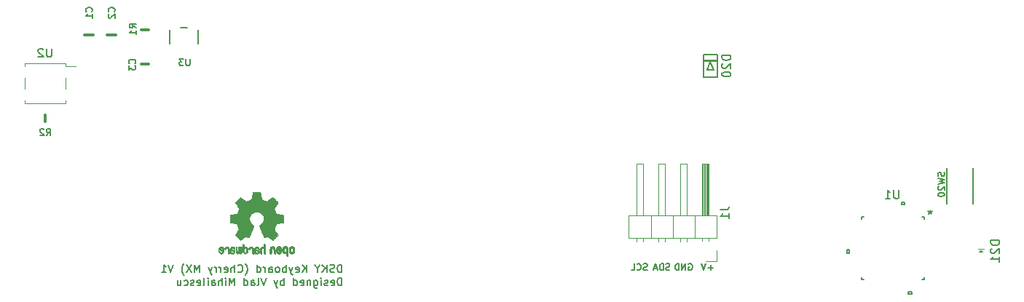
<source format=gbr>
%TF.GenerationSoftware,KiCad,Pcbnew,(5.1.9)-1*%
%TF.CreationDate,2021-03-17T19:25:06-04:00*%
%TF.ProjectId,DSKY_keyboard,44534b59-5f6b-4657-9962-6f6172642e6b,1.0*%
%TF.SameCoordinates,Original*%
%TF.FileFunction,Legend,Bot*%
%TF.FilePolarity,Positive*%
%FSLAX46Y46*%
G04 Gerber Fmt 4.6, Leading zero omitted, Abs format (unit mm)*
G04 Created by KiCad (PCBNEW (5.1.9)-1) date 2021-03-17 19:25:06*
%MOMM*%
%LPD*%
G01*
G04 APERTURE LIST*
%ADD10C,0.150000*%
%ADD11C,0.010000*%
%ADD12C,0.203200*%
%ADD13C,0.152400*%
%ADD14C,0.100000*%
%ADD15C,0.127000*%
%ADD16C,0.304800*%
%ADD17C,0.120000*%
%ADD18C,0.138988*%
G04 APERTURE END LIST*
D10*
X117988714Y-106210142D02*
X117988714Y-105310142D01*
X117774428Y-105310142D01*
X117645857Y-105353000D01*
X117560142Y-105438714D01*
X117517285Y-105524428D01*
X117474428Y-105695857D01*
X117474428Y-105824428D01*
X117517285Y-105995857D01*
X117560142Y-106081571D01*
X117645857Y-106167285D01*
X117774428Y-106210142D01*
X117988714Y-106210142D01*
X117131571Y-106167285D02*
X117003000Y-106210142D01*
X116788714Y-106210142D01*
X116703000Y-106167285D01*
X116660142Y-106124428D01*
X116617285Y-106038714D01*
X116617285Y-105953000D01*
X116660142Y-105867285D01*
X116703000Y-105824428D01*
X116788714Y-105781571D01*
X116960142Y-105738714D01*
X117045857Y-105695857D01*
X117088714Y-105653000D01*
X117131571Y-105567285D01*
X117131571Y-105481571D01*
X117088714Y-105395857D01*
X117045857Y-105353000D01*
X116960142Y-105310142D01*
X116745857Y-105310142D01*
X116617285Y-105353000D01*
X116231571Y-106210142D02*
X116231571Y-105310142D01*
X115717285Y-106210142D02*
X116103000Y-105695857D01*
X115717285Y-105310142D02*
X116231571Y-105824428D01*
X115160142Y-105781571D02*
X115160142Y-106210142D01*
X115460142Y-105310142D02*
X115160142Y-105781571D01*
X114860142Y-105310142D01*
X113874428Y-106210142D02*
X113874428Y-105310142D01*
X113360142Y-106210142D02*
X113745857Y-105695857D01*
X113360142Y-105310142D02*
X113874428Y-105824428D01*
X112631571Y-106167285D02*
X112717285Y-106210142D01*
X112888714Y-106210142D01*
X112974428Y-106167285D01*
X113017285Y-106081571D01*
X113017285Y-105738714D01*
X112974428Y-105653000D01*
X112888714Y-105610142D01*
X112717285Y-105610142D01*
X112631571Y-105653000D01*
X112588714Y-105738714D01*
X112588714Y-105824428D01*
X113017285Y-105910142D01*
X112288714Y-105610142D02*
X112074428Y-106210142D01*
X111860142Y-105610142D02*
X112074428Y-106210142D01*
X112160142Y-106424428D01*
X112203000Y-106467285D01*
X112288714Y-106510142D01*
X111517285Y-106210142D02*
X111517285Y-105310142D01*
X111517285Y-105653000D02*
X111431571Y-105610142D01*
X111260142Y-105610142D01*
X111174428Y-105653000D01*
X111131571Y-105695857D01*
X111088714Y-105781571D01*
X111088714Y-106038714D01*
X111131571Y-106124428D01*
X111174428Y-106167285D01*
X111260142Y-106210142D01*
X111431571Y-106210142D01*
X111517285Y-106167285D01*
X110574428Y-106210142D02*
X110660142Y-106167285D01*
X110703000Y-106124428D01*
X110745857Y-106038714D01*
X110745857Y-105781571D01*
X110703000Y-105695857D01*
X110660142Y-105653000D01*
X110574428Y-105610142D01*
X110445857Y-105610142D01*
X110360142Y-105653000D01*
X110317285Y-105695857D01*
X110274428Y-105781571D01*
X110274428Y-106038714D01*
X110317285Y-106124428D01*
X110360142Y-106167285D01*
X110445857Y-106210142D01*
X110574428Y-106210142D01*
X109503000Y-106210142D02*
X109503000Y-105738714D01*
X109545857Y-105653000D01*
X109631571Y-105610142D01*
X109803000Y-105610142D01*
X109888714Y-105653000D01*
X109503000Y-106167285D02*
X109588714Y-106210142D01*
X109803000Y-106210142D01*
X109888714Y-106167285D01*
X109931571Y-106081571D01*
X109931571Y-105995857D01*
X109888714Y-105910142D01*
X109803000Y-105867285D01*
X109588714Y-105867285D01*
X109503000Y-105824428D01*
X109074428Y-106210142D02*
X109074428Y-105610142D01*
X109074428Y-105781571D02*
X109031571Y-105695857D01*
X108988714Y-105653000D01*
X108903000Y-105610142D01*
X108817285Y-105610142D01*
X108131571Y-106210142D02*
X108131571Y-105310142D01*
X108131571Y-106167285D02*
X108217285Y-106210142D01*
X108388714Y-106210142D01*
X108474428Y-106167285D01*
X108517285Y-106124428D01*
X108560142Y-106038714D01*
X108560142Y-105781571D01*
X108517285Y-105695857D01*
X108474428Y-105653000D01*
X108388714Y-105610142D01*
X108217285Y-105610142D01*
X108131571Y-105653000D01*
X106760142Y-106553000D02*
X106803000Y-106510142D01*
X106888714Y-106381571D01*
X106931571Y-106295857D01*
X106974428Y-106167285D01*
X107017285Y-105953000D01*
X107017285Y-105781571D01*
X106974428Y-105567285D01*
X106931571Y-105438714D01*
X106888714Y-105353000D01*
X106803000Y-105224428D01*
X106760142Y-105181571D01*
X105903000Y-106124428D02*
X105945857Y-106167285D01*
X106074428Y-106210142D01*
X106160142Y-106210142D01*
X106288714Y-106167285D01*
X106374428Y-106081571D01*
X106417285Y-105995857D01*
X106460142Y-105824428D01*
X106460142Y-105695857D01*
X106417285Y-105524428D01*
X106374428Y-105438714D01*
X106288714Y-105353000D01*
X106160142Y-105310142D01*
X106074428Y-105310142D01*
X105945857Y-105353000D01*
X105903000Y-105395857D01*
X105517285Y-106210142D02*
X105517285Y-105310142D01*
X105131571Y-106210142D02*
X105131571Y-105738714D01*
X105174428Y-105653000D01*
X105260142Y-105610142D01*
X105388714Y-105610142D01*
X105474428Y-105653000D01*
X105517285Y-105695857D01*
X104360142Y-106167285D02*
X104445857Y-106210142D01*
X104617285Y-106210142D01*
X104703000Y-106167285D01*
X104745857Y-106081571D01*
X104745857Y-105738714D01*
X104703000Y-105653000D01*
X104617285Y-105610142D01*
X104445857Y-105610142D01*
X104360142Y-105653000D01*
X104317285Y-105738714D01*
X104317285Y-105824428D01*
X104745857Y-105910142D01*
X103931571Y-106210142D02*
X103931571Y-105610142D01*
X103931571Y-105781571D02*
X103888714Y-105695857D01*
X103845857Y-105653000D01*
X103760142Y-105610142D01*
X103674428Y-105610142D01*
X103374428Y-106210142D02*
X103374428Y-105610142D01*
X103374428Y-105781571D02*
X103331571Y-105695857D01*
X103288714Y-105653000D01*
X103203000Y-105610142D01*
X103117285Y-105610142D01*
X102903000Y-105610142D02*
X102688714Y-106210142D01*
X102474428Y-105610142D02*
X102688714Y-106210142D01*
X102774428Y-106424428D01*
X102817285Y-106467285D01*
X102903000Y-106510142D01*
X101445857Y-106210142D02*
X101445857Y-105310142D01*
X101145857Y-105953000D01*
X100845857Y-105310142D01*
X100845857Y-106210142D01*
X100503000Y-105310142D02*
X99903000Y-106210142D01*
X99903000Y-105310142D02*
X100503000Y-106210142D01*
X99645857Y-106553000D02*
X99603000Y-106510142D01*
X99517285Y-106381571D01*
X99474428Y-106295857D01*
X99431571Y-106167285D01*
X99388714Y-105953000D01*
X99388714Y-105781571D01*
X99431571Y-105567285D01*
X99474428Y-105438714D01*
X99517285Y-105353000D01*
X99603000Y-105224428D01*
X99645857Y-105181571D01*
X98403000Y-105310142D02*
X98103000Y-106210142D01*
X97803000Y-105310142D01*
X97031571Y-106210142D02*
X97545857Y-106210142D01*
X97288714Y-106210142D02*
X97288714Y-105310142D01*
X97374428Y-105438714D01*
X97460142Y-105524428D01*
X97545857Y-105567285D01*
X117988714Y-107710142D02*
X117988714Y-106810142D01*
X117774428Y-106810142D01*
X117645857Y-106853000D01*
X117560142Y-106938714D01*
X117517285Y-107024428D01*
X117474428Y-107195857D01*
X117474428Y-107324428D01*
X117517285Y-107495857D01*
X117560142Y-107581571D01*
X117645857Y-107667285D01*
X117774428Y-107710142D01*
X117988714Y-107710142D01*
X116745857Y-107667285D02*
X116831571Y-107710142D01*
X117003000Y-107710142D01*
X117088714Y-107667285D01*
X117131571Y-107581571D01*
X117131571Y-107238714D01*
X117088714Y-107153000D01*
X117003000Y-107110142D01*
X116831571Y-107110142D01*
X116745857Y-107153000D01*
X116703000Y-107238714D01*
X116703000Y-107324428D01*
X117131571Y-107410142D01*
X116360142Y-107667285D02*
X116274428Y-107710142D01*
X116103000Y-107710142D01*
X116017285Y-107667285D01*
X115974428Y-107581571D01*
X115974428Y-107538714D01*
X116017285Y-107453000D01*
X116103000Y-107410142D01*
X116231571Y-107410142D01*
X116317285Y-107367285D01*
X116360142Y-107281571D01*
X116360142Y-107238714D01*
X116317285Y-107153000D01*
X116231571Y-107110142D01*
X116103000Y-107110142D01*
X116017285Y-107153000D01*
X115588714Y-107710142D02*
X115588714Y-107110142D01*
X115588714Y-106810142D02*
X115631571Y-106853000D01*
X115588714Y-106895857D01*
X115545857Y-106853000D01*
X115588714Y-106810142D01*
X115588714Y-106895857D01*
X114774428Y-107110142D02*
X114774428Y-107838714D01*
X114817285Y-107924428D01*
X114860142Y-107967285D01*
X114945857Y-108010142D01*
X115074428Y-108010142D01*
X115160142Y-107967285D01*
X114774428Y-107667285D02*
X114860142Y-107710142D01*
X115031571Y-107710142D01*
X115117285Y-107667285D01*
X115160142Y-107624428D01*
X115203000Y-107538714D01*
X115203000Y-107281571D01*
X115160142Y-107195857D01*
X115117285Y-107153000D01*
X115031571Y-107110142D01*
X114860142Y-107110142D01*
X114774428Y-107153000D01*
X114345857Y-107110142D02*
X114345857Y-107710142D01*
X114345857Y-107195857D02*
X114303000Y-107153000D01*
X114217285Y-107110142D01*
X114088714Y-107110142D01*
X114003000Y-107153000D01*
X113960142Y-107238714D01*
X113960142Y-107710142D01*
X113188714Y-107667285D02*
X113274428Y-107710142D01*
X113445857Y-107710142D01*
X113531571Y-107667285D01*
X113574428Y-107581571D01*
X113574428Y-107238714D01*
X113531571Y-107153000D01*
X113445857Y-107110142D01*
X113274428Y-107110142D01*
X113188714Y-107153000D01*
X113145857Y-107238714D01*
X113145857Y-107324428D01*
X113574428Y-107410142D01*
X112374428Y-107710142D02*
X112374428Y-106810142D01*
X112374428Y-107667285D02*
X112460142Y-107710142D01*
X112631571Y-107710142D01*
X112717285Y-107667285D01*
X112760142Y-107624428D01*
X112803000Y-107538714D01*
X112803000Y-107281571D01*
X112760142Y-107195857D01*
X112717285Y-107153000D01*
X112631571Y-107110142D01*
X112460142Y-107110142D01*
X112374428Y-107153000D01*
X111260142Y-107710142D02*
X111260142Y-106810142D01*
X111260142Y-107153000D02*
X111174428Y-107110142D01*
X111003000Y-107110142D01*
X110917285Y-107153000D01*
X110874428Y-107195857D01*
X110831571Y-107281571D01*
X110831571Y-107538714D01*
X110874428Y-107624428D01*
X110917285Y-107667285D01*
X111003000Y-107710142D01*
X111174428Y-107710142D01*
X111260142Y-107667285D01*
X110531571Y-107110142D02*
X110317285Y-107710142D01*
X110103000Y-107110142D02*
X110317285Y-107710142D01*
X110403000Y-107924428D01*
X110445857Y-107967285D01*
X110531571Y-108010142D01*
X109203000Y-106810142D02*
X108903000Y-107710142D01*
X108603000Y-106810142D01*
X108174428Y-107710142D02*
X108260142Y-107667285D01*
X108303000Y-107581571D01*
X108303000Y-106810142D01*
X107445857Y-107710142D02*
X107445857Y-107238714D01*
X107488714Y-107153000D01*
X107574428Y-107110142D01*
X107745857Y-107110142D01*
X107831571Y-107153000D01*
X107445857Y-107667285D02*
X107531571Y-107710142D01*
X107745857Y-107710142D01*
X107831571Y-107667285D01*
X107874428Y-107581571D01*
X107874428Y-107495857D01*
X107831571Y-107410142D01*
X107745857Y-107367285D01*
X107531571Y-107367285D01*
X107445857Y-107324428D01*
X106631571Y-107710142D02*
X106631571Y-106810142D01*
X106631571Y-107667285D02*
X106717285Y-107710142D01*
X106888714Y-107710142D01*
X106974428Y-107667285D01*
X107017285Y-107624428D01*
X107060142Y-107538714D01*
X107060142Y-107281571D01*
X107017285Y-107195857D01*
X106974428Y-107153000D01*
X106888714Y-107110142D01*
X106717285Y-107110142D01*
X106631571Y-107153000D01*
X105517285Y-107710142D02*
X105517285Y-106810142D01*
X105217285Y-107453000D01*
X104917285Y-106810142D01*
X104917285Y-107710142D01*
X104488714Y-107710142D02*
X104488714Y-107110142D01*
X104488714Y-106810142D02*
X104531571Y-106853000D01*
X104488714Y-106895857D01*
X104445857Y-106853000D01*
X104488714Y-106810142D01*
X104488714Y-106895857D01*
X104060142Y-107710142D02*
X104060142Y-106810142D01*
X103674428Y-107710142D02*
X103674428Y-107238714D01*
X103717285Y-107153000D01*
X103803000Y-107110142D01*
X103931571Y-107110142D01*
X104017285Y-107153000D01*
X104060142Y-107195857D01*
X102860142Y-107710142D02*
X102860142Y-107238714D01*
X102903000Y-107153000D01*
X102988714Y-107110142D01*
X103160142Y-107110142D01*
X103245857Y-107153000D01*
X102860142Y-107667285D02*
X102945857Y-107710142D01*
X103160142Y-107710142D01*
X103245857Y-107667285D01*
X103288714Y-107581571D01*
X103288714Y-107495857D01*
X103245857Y-107410142D01*
X103160142Y-107367285D01*
X102945857Y-107367285D01*
X102860142Y-107324428D01*
X102431571Y-107710142D02*
X102431571Y-107110142D01*
X102431571Y-106810142D02*
X102474428Y-106853000D01*
X102431571Y-106895857D01*
X102388714Y-106853000D01*
X102431571Y-106810142D01*
X102431571Y-106895857D01*
X101874428Y-107710142D02*
X101960142Y-107667285D01*
X102003000Y-107581571D01*
X102003000Y-106810142D01*
X101188714Y-107667285D02*
X101274428Y-107710142D01*
X101445857Y-107710142D01*
X101531571Y-107667285D01*
X101574428Y-107581571D01*
X101574428Y-107238714D01*
X101531571Y-107153000D01*
X101445857Y-107110142D01*
X101274428Y-107110142D01*
X101188714Y-107153000D01*
X101145857Y-107238714D01*
X101145857Y-107324428D01*
X101574428Y-107410142D01*
X100803000Y-107667285D02*
X100717285Y-107710142D01*
X100545857Y-107710142D01*
X100460142Y-107667285D01*
X100417285Y-107581571D01*
X100417285Y-107538714D01*
X100460142Y-107453000D01*
X100545857Y-107410142D01*
X100674428Y-107410142D01*
X100760142Y-107367285D01*
X100803000Y-107281571D01*
X100803000Y-107238714D01*
X100760142Y-107153000D01*
X100674428Y-107110142D01*
X100545857Y-107110142D01*
X100460142Y-107153000D01*
X99645857Y-107667285D02*
X99731571Y-107710142D01*
X99903000Y-107710142D01*
X99988714Y-107667285D01*
X100031571Y-107624428D01*
X100074428Y-107538714D01*
X100074428Y-107281571D01*
X100031571Y-107195857D01*
X99988714Y-107153000D01*
X99903000Y-107110142D01*
X99731571Y-107110142D01*
X99645857Y-107153000D01*
X98874428Y-107110142D02*
X98874428Y-107710142D01*
X99260142Y-107110142D02*
X99260142Y-107581571D01*
X99217285Y-107667285D01*
X99131571Y-107710142D01*
X99003000Y-107710142D01*
X98917285Y-107667285D01*
X98874428Y-107624428D01*
X156104714Y-105904071D02*
X155997571Y-105939785D01*
X155819000Y-105939785D01*
X155747571Y-105904071D01*
X155711857Y-105868357D01*
X155676142Y-105796928D01*
X155676142Y-105725500D01*
X155711857Y-105654071D01*
X155747571Y-105618357D01*
X155819000Y-105582642D01*
X155961857Y-105546928D01*
X156033285Y-105511214D01*
X156069000Y-105475500D01*
X156104714Y-105404071D01*
X156104714Y-105332642D01*
X156069000Y-105261214D01*
X156033285Y-105225500D01*
X155961857Y-105189785D01*
X155783285Y-105189785D01*
X155676142Y-105225500D01*
X155354714Y-105939785D02*
X155354714Y-105189785D01*
X155176142Y-105189785D01*
X155069000Y-105225500D01*
X154997571Y-105296928D01*
X154961857Y-105368357D01*
X154926142Y-105511214D01*
X154926142Y-105618357D01*
X154961857Y-105761214D01*
X154997571Y-105832642D01*
X155069000Y-105904071D01*
X155176142Y-105939785D01*
X155354714Y-105939785D01*
X154640428Y-105725500D02*
X154283285Y-105725500D01*
X154711857Y-105939785D02*
X154461857Y-105189785D01*
X154211857Y-105939785D01*
X153483357Y-105904071D02*
X153376214Y-105939785D01*
X153197642Y-105939785D01*
X153126214Y-105904071D01*
X153090500Y-105868357D01*
X153054785Y-105796928D01*
X153054785Y-105725500D01*
X153090500Y-105654071D01*
X153126214Y-105618357D01*
X153197642Y-105582642D01*
X153340500Y-105546928D01*
X153411928Y-105511214D01*
X153447642Y-105475500D01*
X153483357Y-105404071D01*
X153483357Y-105332642D01*
X153447642Y-105261214D01*
X153411928Y-105225500D01*
X153340500Y-105189785D01*
X153161928Y-105189785D01*
X153054785Y-105225500D01*
X152304785Y-105868357D02*
X152340500Y-105904071D01*
X152447642Y-105939785D01*
X152519071Y-105939785D01*
X152626214Y-105904071D01*
X152697642Y-105832642D01*
X152733357Y-105761214D01*
X152769071Y-105618357D01*
X152769071Y-105511214D01*
X152733357Y-105368357D01*
X152697642Y-105296928D01*
X152626214Y-105225500D01*
X152519071Y-105189785D01*
X152447642Y-105189785D01*
X152340500Y-105225500D01*
X152304785Y-105261214D01*
X151626214Y-105939785D02*
X151983357Y-105939785D01*
X151983357Y-105189785D01*
X158305428Y-105225500D02*
X158376857Y-105189785D01*
X158484000Y-105189785D01*
X158591142Y-105225500D01*
X158662571Y-105296928D01*
X158698285Y-105368357D01*
X158734000Y-105511214D01*
X158734000Y-105618357D01*
X158698285Y-105761214D01*
X158662571Y-105832642D01*
X158591142Y-105904071D01*
X158484000Y-105939785D01*
X158412571Y-105939785D01*
X158305428Y-105904071D01*
X158269714Y-105868357D01*
X158269714Y-105618357D01*
X158412571Y-105618357D01*
X157948285Y-105939785D02*
X157948285Y-105189785D01*
X157519714Y-105939785D01*
X157519714Y-105189785D01*
X157162571Y-105939785D02*
X157162571Y-105189785D01*
X156984000Y-105189785D01*
X156876857Y-105225500D01*
X156805428Y-105296928D01*
X156769714Y-105368357D01*
X156734000Y-105511214D01*
X156734000Y-105618357D01*
X156769714Y-105761214D01*
X156805428Y-105832642D01*
X156876857Y-105904071D01*
X156984000Y-105939785D01*
X157162571Y-105939785D01*
X161135142Y-105654071D02*
X160563714Y-105654071D01*
X160849428Y-105939785D02*
X160849428Y-105368357D01*
X160313714Y-105189785D02*
X160063714Y-105939785D01*
X159813714Y-105189785D01*
D11*
%TO.C,REF1*%
G36*
X107937122Y-96871776D02*
G01*
X107831388Y-96872355D01*
X107754868Y-96873922D01*
X107702628Y-96876972D01*
X107669737Y-96881996D01*
X107651263Y-96889489D01*
X107642273Y-96899944D01*
X107637837Y-96913853D01*
X107637406Y-96915654D01*
X107630667Y-96948145D01*
X107618192Y-97012252D01*
X107601281Y-97101151D01*
X107581229Y-97208019D01*
X107559336Y-97326033D01*
X107558571Y-97330178D01*
X107536641Y-97445831D01*
X107516123Y-97548014D01*
X107498341Y-97630598D01*
X107484619Y-97687456D01*
X107476282Y-97712458D01*
X107475884Y-97712901D01*
X107451323Y-97725110D01*
X107400685Y-97745456D01*
X107334905Y-97769545D01*
X107334539Y-97769674D01*
X107251683Y-97800818D01*
X107154000Y-97840491D01*
X107061923Y-97880381D01*
X107057566Y-97882353D01*
X106907593Y-97950420D01*
X106575502Y-97723639D01*
X106473626Y-97654504D01*
X106381343Y-97592697D01*
X106303997Y-97541733D01*
X106246936Y-97505127D01*
X106215505Y-97486394D01*
X106212521Y-97485004D01*
X106189679Y-97491190D01*
X106147018Y-97521035D01*
X106082872Y-97575947D01*
X105995579Y-97657334D01*
X105906465Y-97743922D01*
X105820559Y-97829247D01*
X105743673Y-97907108D01*
X105680436Y-97972697D01*
X105635477Y-98021205D01*
X105613424Y-98047825D01*
X105612604Y-98049195D01*
X105610166Y-98067463D01*
X105619350Y-98097295D01*
X105642426Y-98142721D01*
X105681663Y-98207770D01*
X105739330Y-98296470D01*
X105816205Y-98410657D01*
X105884430Y-98511162D01*
X105945418Y-98601303D01*
X105995644Y-98675849D01*
X106031584Y-98729565D01*
X106049713Y-98757218D01*
X106050854Y-98759095D01*
X106048641Y-98785590D01*
X106031862Y-98837086D01*
X106003858Y-98903851D01*
X105993878Y-98925172D01*
X105950328Y-99020159D01*
X105903866Y-99127937D01*
X105866123Y-99221192D01*
X105838927Y-99290406D01*
X105817325Y-99343006D01*
X105804842Y-99370497D01*
X105803291Y-99372616D01*
X105780332Y-99376124D01*
X105726214Y-99385738D01*
X105648132Y-99400089D01*
X105553281Y-99417807D01*
X105448857Y-99437525D01*
X105342056Y-99457874D01*
X105240074Y-99477486D01*
X105150106Y-99494991D01*
X105079347Y-99509022D01*
X105034994Y-99518209D01*
X105024115Y-99520807D01*
X105012878Y-99527218D01*
X105004395Y-99541697D01*
X104998286Y-99569133D01*
X104994168Y-99614411D01*
X104991659Y-99682420D01*
X104990379Y-99778047D01*
X104989946Y-99906180D01*
X104989923Y-99958701D01*
X104989923Y-100385845D01*
X105092500Y-100406091D01*
X105149569Y-100417070D01*
X105234731Y-100433095D01*
X105337628Y-100452233D01*
X105447904Y-100472551D01*
X105478385Y-100478132D01*
X105580145Y-100497917D01*
X105668795Y-100517373D01*
X105736892Y-100534697D01*
X105776996Y-100548088D01*
X105783677Y-100552079D01*
X105800081Y-100580342D01*
X105823601Y-100635109D01*
X105849684Y-100705588D01*
X105854858Y-100720769D01*
X105889044Y-100814896D01*
X105931477Y-100921101D01*
X105973003Y-101016473D01*
X105973208Y-101016916D01*
X106042360Y-101166525D01*
X105587488Y-101835617D01*
X105879500Y-102128116D01*
X105967820Y-102215170D01*
X106048375Y-102291909D01*
X106116640Y-102354237D01*
X106168092Y-102398056D01*
X106198206Y-102419270D01*
X106202526Y-102420616D01*
X106227889Y-102410016D01*
X106279642Y-102380547D01*
X106352132Y-102335705D01*
X106439706Y-102278984D01*
X106534388Y-102215462D01*
X106630484Y-102150668D01*
X106716163Y-102094287D01*
X106785984Y-102049788D01*
X106834506Y-102020639D01*
X106856218Y-102010308D01*
X106882707Y-102019050D01*
X106932938Y-102042087D01*
X106996549Y-102074631D01*
X107003292Y-102078249D01*
X107088954Y-102121210D01*
X107147694Y-102142279D01*
X107184228Y-102142503D01*
X107203269Y-102122928D01*
X107203380Y-102122654D01*
X107212898Y-102099472D01*
X107235597Y-102044441D01*
X107269718Y-101961822D01*
X107313500Y-101855872D01*
X107365184Y-101730852D01*
X107423008Y-101591020D01*
X107479009Y-101455637D01*
X107540553Y-101306234D01*
X107597061Y-101167832D01*
X107646839Y-101044673D01*
X107688194Y-100941002D01*
X107719432Y-100861059D01*
X107738859Y-100809088D01*
X107744846Y-100789692D01*
X107729832Y-100767443D01*
X107690561Y-100731982D01*
X107638193Y-100692887D01*
X107489059Y-100569245D01*
X107372489Y-100427522D01*
X107289882Y-100270704D01*
X107242634Y-100101775D01*
X107232143Y-99923722D01*
X107239769Y-99841539D01*
X107281318Y-99671031D01*
X107352877Y-99520459D01*
X107450005Y-99391309D01*
X107568266Y-99285064D01*
X107703220Y-99203210D01*
X107850429Y-99147232D01*
X108005456Y-99118615D01*
X108163861Y-99118844D01*
X108321206Y-99149405D01*
X108473054Y-99211782D01*
X108614965Y-99307460D01*
X108674197Y-99361572D01*
X108787797Y-99500520D01*
X108866894Y-99652361D01*
X108912014Y-99812667D01*
X108923684Y-99977012D01*
X108902431Y-100140971D01*
X108848780Y-100300118D01*
X108763260Y-100450025D01*
X108646395Y-100586267D01*
X108515807Y-100692887D01*
X108461412Y-100733642D01*
X108422986Y-100768718D01*
X108409154Y-100789726D01*
X108416397Y-100812635D01*
X108436995Y-100867365D01*
X108469254Y-100949672D01*
X108511479Y-101055315D01*
X108561977Y-101180050D01*
X108619052Y-101319636D01*
X108675146Y-101455670D01*
X108737033Y-101605201D01*
X108794356Y-101743767D01*
X108845356Y-101867107D01*
X108888273Y-101970964D01*
X108921347Y-102051080D01*
X108942819Y-102103195D01*
X108950775Y-102122654D01*
X108969571Y-102142423D01*
X109005926Y-102142365D01*
X109064521Y-102121441D01*
X109150032Y-102078613D01*
X109150708Y-102078249D01*
X109215093Y-102045012D01*
X109267139Y-102020802D01*
X109296488Y-102010404D01*
X109297783Y-102010308D01*
X109319876Y-102020855D01*
X109368652Y-102050184D01*
X109438669Y-102094827D01*
X109524486Y-102151314D01*
X109619612Y-102215462D01*
X109716460Y-102280411D01*
X109803747Y-102336896D01*
X109875819Y-102381421D01*
X109927023Y-102410490D01*
X109951474Y-102420616D01*
X109973990Y-102407307D01*
X110019258Y-102370112D01*
X110082756Y-102313128D01*
X110159961Y-102240449D01*
X110246349Y-102156171D01*
X110274601Y-102128016D01*
X110566713Y-101835416D01*
X110344369Y-101509104D01*
X110276798Y-101408897D01*
X110217493Y-101318963D01*
X110169783Y-101244510D01*
X110136993Y-101190751D01*
X110122452Y-101162894D01*
X110122026Y-101160912D01*
X110129692Y-101134655D01*
X110150311Y-101081837D01*
X110180315Y-101011310D01*
X110201375Y-100964093D01*
X110240752Y-100873694D01*
X110277835Y-100782366D01*
X110306585Y-100705200D01*
X110314395Y-100681692D01*
X110336583Y-100618916D01*
X110358273Y-100570411D01*
X110370187Y-100552079D01*
X110396477Y-100540859D01*
X110453858Y-100524954D01*
X110534882Y-100506167D01*
X110632105Y-100486299D01*
X110675615Y-100478132D01*
X110786104Y-100457829D01*
X110892084Y-100438170D01*
X110983199Y-100421088D01*
X111049092Y-100408518D01*
X111061500Y-100406091D01*
X111164077Y-100385845D01*
X111164077Y-99958701D01*
X111163847Y-99818246D01*
X111162901Y-99711979D01*
X111160859Y-99635013D01*
X111157338Y-99582460D01*
X111151957Y-99549433D01*
X111144334Y-99531045D01*
X111134088Y-99522408D01*
X111129885Y-99520807D01*
X111104530Y-99515127D01*
X111048516Y-99503795D01*
X110969036Y-99488179D01*
X110873288Y-99469647D01*
X110768467Y-99449569D01*
X110661768Y-99429312D01*
X110560387Y-99410246D01*
X110471521Y-99393739D01*
X110402363Y-99381159D01*
X110360111Y-99373875D01*
X110350710Y-99372616D01*
X110342193Y-99355763D01*
X110323340Y-99310870D01*
X110297676Y-99246430D01*
X110287877Y-99221192D01*
X110248352Y-99123686D01*
X110201808Y-99015959D01*
X110160123Y-98925172D01*
X110129450Y-98855753D01*
X110109044Y-98798710D01*
X110102232Y-98763777D01*
X110103318Y-98759095D01*
X110117715Y-98736991D01*
X110150588Y-98687831D01*
X110198410Y-98616848D01*
X110257652Y-98529278D01*
X110324785Y-98430357D01*
X110338059Y-98410830D01*
X110415954Y-98295140D01*
X110473213Y-98207044D01*
X110512119Y-98142486D01*
X110534956Y-98097411D01*
X110544006Y-98067763D01*
X110541552Y-98049485D01*
X110541489Y-98049369D01*
X110522173Y-98025361D01*
X110479449Y-97978947D01*
X110417949Y-97914937D01*
X110342302Y-97838145D01*
X110257139Y-97753382D01*
X110247535Y-97743922D01*
X110140210Y-97639989D01*
X110057385Y-97563675D01*
X109997395Y-97513571D01*
X109958577Y-97488270D01*
X109941480Y-97485004D01*
X109916527Y-97499250D01*
X109864745Y-97532156D01*
X109791480Y-97580208D01*
X109702080Y-97639890D01*
X109601889Y-97707688D01*
X109578499Y-97723639D01*
X109246407Y-97950420D01*
X109096435Y-97882353D01*
X109005230Y-97842685D01*
X108907331Y-97802791D01*
X108823169Y-97770983D01*
X108819462Y-97769674D01*
X108753631Y-97745576D01*
X108702884Y-97725200D01*
X108678158Y-97712936D01*
X108678116Y-97712901D01*
X108670271Y-97690734D01*
X108656934Y-97636217D01*
X108639430Y-97555480D01*
X108619083Y-97454650D01*
X108597218Y-97339856D01*
X108595429Y-97330178D01*
X108573496Y-97211904D01*
X108553360Y-97104542D01*
X108536320Y-97014917D01*
X108523672Y-96949851D01*
X108516716Y-96916168D01*
X108516594Y-96915654D01*
X108512361Y-96901325D01*
X108504129Y-96890507D01*
X108486967Y-96882706D01*
X108455942Y-96877429D01*
X108406122Y-96874182D01*
X108332576Y-96872472D01*
X108230371Y-96871807D01*
X108094575Y-96871693D01*
X108077000Y-96871692D01*
X107937122Y-96871776D01*
G37*
X107937122Y-96871776D02*
X107831388Y-96872355D01*
X107754868Y-96873922D01*
X107702628Y-96876972D01*
X107669737Y-96881996D01*
X107651263Y-96889489D01*
X107642273Y-96899944D01*
X107637837Y-96913853D01*
X107637406Y-96915654D01*
X107630667Y-96948145D01*
X107618192Y-97012252D01*
X107601281Y-97101151D01*
X107581229Y-97208019D01*
X107559336Y-97326033D01*
X107558571Y-97330178D01*
X107536641Y-97445831D01*
X107516123Y-97548014D01*
X107498341Y-97630598D01*
X107484619Y-97687456D01*
X107476282Y-97712458D01*
X107475884Y-97712901D01*
X107451323Y-97725110D01*
X107400685Y-97745456D01*
X107334905Y-97769545D01*
X107334539Y-97769674D01*
X107251683Y-97800818D01*
X107154000Y-97840491D01*
X107061923Y-97880381D01*
X107057566Y-97882353D01*
X106907593Y-97950420D01*
X106575502Y-97723639D01*
X106473626Y-97654504D01*
X106381343Y-97592697D01*
X106303997Y-97541733D01*
X106246936Y-97505127D01*
X106215505Y-97486394D01*
X106212521Y-97485004D01*
X106189679Y-97491190D01*
X106147018Y-97521035D01*
X106082872Y-97575947D01*
X105995579Y-97657334D01*
X105906465Y-97743922D01*
X105820559Y-97829247D01*
X105743673Y-97907108D01*
X105680436Y-97972697D01*
X105635477Y-98021205D01*
X105613424Y-98047825D01*
X105612604Y-98049195D01*
X105610166Y-98067463D01*
X105619350Y-98097295D01*
X105642426Y-98142721D01*
X105681663Y-98207770D01*
X105739330Y-98296470D01*
X105816205Y-98410657D01*
X105884430Y-98511162D01*
X105945418Y-98601303D01*
X105995644Y-98675849D01*
X106031584Y-98729565D01*
X106049713Y-98757218D01*
X106050854Y-98759095D01*
X106048641Y-98785590D01*
X106031862Y-98837086D01*
X106003858Y-98903851D01*
X105993878Y-98925172D01*
X105950328Y-99020159D01*
X105903866Y-99127937D01*
X105866123Y-99221192D01*
X105838927Y-99290406D01*
X105817325Y-99343006D01*
X105804842Y-99370497D01*
X105803291Y-99372616D01*
X105780332Y-99376124D01*
X105726214Y-99385738D01*
X105648132Y-99400089D01*
X105553281Y-99417807D01*
X105448857Y-99437525D01*
X105342056Y-99457874D01*
X105240074Y-99477486D01*
X105150106Y-99494991D01*
X105079347Y-99509022D01*
X105034994Y-99518209D01*
X105024115Y-99520807D01*
X105012878Y-99527218D01*
X105004395Y-99541697D01*
X104998286Y-99569133D01*
X104994168Y-99614411D01*
X104991659Y-99682420D01*
X104990379Y-99778047D01*
X104989946Y-99906180D01*
X104989923Y-99958701D01*
X104989923Y-100385845D01*
X105092500Y-100406091D01*
X105149569Y-100417070D01*
X105234731Y-100433095D01*
X105337628Y-100452233D01*
X105447904Y-100472551D01*
X105478385Y-100478132D01*
X105580145Y-100497917D01*
X105668795Y-100517373D01*
X105736892Y-100534697D01*
X105776996Y-100548088D01*
X105783677Y-100552079D01*
X105800081Y-100580342D01*
X105823601Y-100635109D01*
X105849684Y-100705588D01*
X105854858Y-100720769D01*
X105889044Y-100814896D01*
X105931477Y-100921101D01*
X105973003Y-101016473D01*
X105973208Y-101016916D01*
X106042360Y-101166525D01*
X105587488Y-101835617D01*
X105879500Y-102128116D01*
X105967820Y-102215170D01*
X106048375Y-102291909D01*
X106116640Y-102354237D01*
X106168092Y-102398056D01*
X106198206Y-102419270D01*
X106202526Y-102420616D01*
X106227889Y-102410016D01*
X106279642Y-102380547D01*
X106352132Y-102335705D01*
X106439706Y-102278984D01*
X106534388Y-102215462D01*
X106630484Y-102150668D01*
X106716163Y-102094287D01*
X106785984Y-102049788D01*
X106834506Y-102020639D01*
X106856218Y-102010308D01*
X106882707Y-102019050D01*
X106932938Y-102042087D01*
X106996549Y-102074631D01*
X107003292Y-102078249D01*
X107088954Y-102121210D01*
X107147694Y-102142279D01*
X107184228Y-102142503D01*
X107203269Y-102122928D01*
X107203380Y-102122654D01*
X107212898Y-102099472D01*
X107235597Y-102044441D01*
X107269718Y-101961822D01*
X107313500Y-101855872D01*
X107365184Y-101730852D01*
X107423008Y-101591020D01*
X107479009Y-101455637D01*
X107540553Y-101306234D01*
X107597061Y-101167832D01*
X107646839Y-101044673D01*
X107688194Y-100941002D01*
X107719432Y-100861059D01*
X107738859Y-100809088D01*
X107744846Y-100789692D01*
X107729832Y-100767443D01*
X107690561Y-100731982D01*
X107638193Y-100692887D01*
X107489059Y-100569245D01*
X107372489Y-100427522D01*
X107289882Y-100270704D01*
X107242634Y-100101775D01*
X107232143Y-99923722D01*
X107239769Y-99841539D01*
X107281318Y-99671031D01*
X107352877Y-99520459D01*
X107450005Y-99391309D01*
X107568266Y-99285064D01*
X107703220Y-99203210D01*
X107850429Y-99147232D01*
X108005456Y-99118615D01*
X108163861Y-99118844D01*
X108321206Y-99149405D01*
X108473054Y-99211782D01*
X108614965Y-99307460D01*
X108674197Y-99361572D01*
X108787797Y-99500520D01*
X108866894Y-99652361D01*
X108912014Y-99812667D01*
X108923684Y-99977012D01*
X108902431Y-100140971D01*
X108848780Y-100300118D01*
X108763260Y-100450025D01*
X108646395Y-100586267D01*
X108515807Y-100692887D01*
X108461412Y-100733642D01*
X108422986Y-100768718D01*
X108409154Y-100789726D01*
X108416397Y-100812635D01*
X108436995Y-100867365D01*
X108469254Y-100949672D01*
X108511479Y-101055315D01*
X108561977Y-101180050D01*
X108619052Y-101319636D01*
X108675146Y-101455670D01*
X108737033Y-101605201D01*
X108794356Y-101743767D01*
X108845356Y-101867107D01*
X108888273Y-101970964D01*
X108921347Y-102051080D01*
X108942819Y-102103195D01*
X108950775Y-102122654D01*
X108969571Y-102142423D01*
X109005926Y-102142365D01*
X109064521Y-102121441D01*
X109150032Y-102078613D01*
X109150708Y-102078249D01*
X109215093Y-102045012D01*
X109267139Y-102020802D01*
X109296488Y-102010404D01*
X109297783Y-102010308D01*
X109319876Y-102020855D01*
X109368652Y-102050184D01*
X109438669Y-102094827D01*
X109524486Y-102151314D01*
X109619612Y-102215462D01*
X109716460Y-102280411D01*
X109803747Y-102336896D01*
X109875819Y-102381421D01*
X109927023Y-102410490D01*
X109951474Y-102420616D01*
X109973990Y-102407307D01*
X110019258Y-102370112D01*
X110082756Y-102313128D01*
X110159961Y-102240449D01*
X110246349Y-102156171D01*
X110274601Y-102128016D01*
X110566713Y-101835416D01*
X110344369Y-101509104D01*
X110276798Y-101408897D01*
X110217493Y-101318963D01*
X110169783Y-101244510D01*
X110136993Y-101190751D01*
X110122452Y-101162894D01*
X110122026Y-101160912D01*
X110129692Y-101134655D01*
X110150311Y-101081837D01*
X110180315Y-101011310D01*
X110201375Y-100964093D01*
X110240752Y-100873694D01*
X110277835Y-100782366D01*
X110306585Y-100705200D01*
X110314395Y-100681692D01*
X110336583Y-100618916D01*
X110358273Y-100570411D01*
X110370187Y-100552079D01*
X110396477Y-100540859D01*
X110453858Y-100524954D01*
X110534882Y-100506167D01*
X110632105Y-100486299D01*
X110675615Y-100478132D01*
X110786104Y-100457829D01*
X110892084Y-100438170D01*
X110983199Y-100421088D01*
X111049092Y-100408518D01*
X111061500Y-100406091D01*
X111164077Y-100385845D01*
X111164077Y-99958701D01*
X111163847Y-99818246D01*
X111162901Y-99711979D01*
X111160859Y-99635013D01*
X111157338Y-99582460D01*
X111151957Y-99549433D01*
X111144334Y-99531045D01*
X111134088Y-99522408D01*
X111129885Y-99520807D01*
X111104530Y-99515127D01*
X111048516Y-99503795D01*
X110969036Y-99488179D01*
X110873288Y-99469647D01*
X110768467Y-99449569D01*
X110661768Y-99429312D01*
X110560387Y-99410246D01*
X110471521Y-99393739D01*
X110402363Y-99381159D01*
X110360111Y-99373875D01*
X110350710Y-99372616D01*
X110342193Y-99355763D01*
X110323340Y-99310870D01*
X110297676Y-99246430D01*
X110287877Y-99221192D01*
X110248352Y-99123686D01*
X110201808Y-99015959D01*
X110160123Y-98925172D01*
X110129450Y-98855753D01*
X110109044Y-98798710D01*
X110102232Y-98763777D01*
X110103318Y-98759095D01*
X110117715Y-98736991D01*
X110150588Y-98687831D01*
X110198410Y-98616848D01*
X110257652Y-98529278D01*
X110324785Y-98430357D01*
X110338059Y-98410830D01*
X110415954Y-98295140D01*
X110473213Y-98207044D01*
X110512119Y-98142486D01*
X110534956Y-98097411D01*
X110544006Y-98067763D01*
X110541552Y-98049485D01*
X110541489Y-98049369D01*
X110522173Y-98025361D01*
X110479449Y-97978947D01*
X110417949Y-97914937D01*
X110342302Y-97838145D01*
X110257139Y-97753382D01*
X110247535Y-97743922D01*
X110140210Y-97639989D01*
X110057385Y-97563675D01*
X109997395Y-97513571D01*
X109958577Y-97488270D01*
X109941480Y-97485004D01*
X109916527Y-97499250D01*
X109864745Y-97532156D01*
X109791480Y-97580208D01*
X109702080Y-97639890D01*
X109601889Y-97707688D01*
X109578499Y-97723639D01*
X109246407Y-97950420D01*
X109096435Y-97882353D01*
X109005230Y-97842685D01*
X108907331Y-97802791D01*
X108823169Y-97770983D01*
X108819462Y-97769674D01*
X108753631Y-97745576D01*
X108702884Y-97725200D01*
X108678158Y-97712936D01*
X108678116Y-97712901D01*
X108670271Y-97690734D01*
X108656934Y-97636217D01*
X108639430Y-97555480D01*
X108619083Y-97454650D01*
X108597218Y-97339856D01*
X108595429Y-97330178D01*
X108573496Y-97211904D01*
X108553360Y-97104542D01*
X108536320Y-97014917D01*
X108523672Y-96949851D01*
X108516716Y-96916168D01*
X108516594Y-96915654D01*
X108512361Y-96901325D01*
X108504129Y-96890507D01*
X108486967Y-96882706D01*
X108455942Y-96877429D01*
X108406122Y-96874182D01*
X108332576Y-96872472D01*
X108230371Y-96871807D01*
X108094575Y-96871693D01*
X108077000Y-96871692D01*
X107937122Y-96871776D01*
G36*
X103831776Y-103231838D02*
G01*
X103754472Y-103282361D01*
X103717186Y-103327590D01*
X103687647Y-103409663D01*
X103685301Y-103474607D01*
X103690615Y-103561445D01*
X103890885Y-103649103D01*
X103988261Y-103693887D01*
X104051887Y-103729913D01*
X104084971Y-103761117D01*
X104090720Y-103791436D01*
X104072342Y-103824805D01*
X104052077Y-103846923D01*
X103993111Y-103882393D01*
X103928976Y-103884879D01*
X103870074Y-103857235D01*
X103826803Y-103802320D01*
X103819064Y-103782928D01*
X103781994Y-103722364D01*
X103739346Y-103696552D01*
X103680846Y-103674471D01*
X103680846Y-103758184D01*
X103686018Y-103815150D01*
X103706277Y-103863189D01*
X103748738Y-103918346D01*
X103755049Y-103925514D01*
X103802280Y-103974585D01*
X103842879Y-104000920D01*
X103893672Y-104013035D01*
X103935780Y-104017003D01*
X104011098Y-104017991D01*
X104064714Y-104005466D01*
X104098162Y-103986869D01*
X104150732Y-103945975D01*
X104187121Y-103901748D01*
X104210150Y-103846126D01*
X104222641Y-103771047D01*
X104227413Y-103668449D01*
X104227794Y-103616376D01*
X104226499Y-103553948D01*
X104108529Y-103553948D01*
X104107161Y-103587438D01*
X104103751Y-103592923D01*
X104081247Y-103585472D01*
X104032818Y-103565753D01*
X103968092Y-103537718D01*
X103954557Y-103531692D01*
X103872756Y-103490096D01*
X103827688Y-103453538D01*
X103817783Y-103419296D01*
X103841474Y-103384648D01*
X103861040Y-103369339D01*
X103931640Y-103338721D01*
X103997720Y-103343780D01*
X104053041Y-103381151D01*
X104091364Y-103447473D01*
X104103651Y-103500116D01*
X104108529Y-103553948D01*
X104226499Y-103553948D01*
X104225270Y-103494720D01*
X104215968Y-103404710D01*
X104197540Y-103339167D01*
X104167640Y-103290912D01*
X104123920Y-103252767D01*
X104104859Y-103240440D01*
X104018274Y-103208336D01*
X103923478Y-103206316D01*
X103831776Y-103231838D01*
G37*
X103831776Y-103231838D02*
X103754472Y-103282361D01*
X103717186Y-103327590D01*
X103687647Y-103409663D01*
X103685301Y-103474607D01*
X103690615Y-103561445D01*
X103890885Y-103649103D01*
X103988261Y-103693887D01*
X104051887Y-103729913D01*
X104084971Y-103761117D01*
X104090720Y-103791436D01*
X104072342Y-103824805D01*
X104052077Y-103846923D01*
X103993111Y-103882393D01*
X103928976Y-103884879D01*
X103870074Y-103857235D01*
X103826803Y-103802320D01*
X103819064Y-103782928D01*
X103781994Y-103722364D01*
X103739346Y-103696552D01*
X103680846Y-103674471D01*
X103680846Y-103758184D01*
X103686018Y-103815150D01*
X103706277Y-103863189D01*
X103748738Y-103918346D01*
X103755049Y-103925514D01*
X103802280Y-103974585D01*
X103842879Y-104000920D01*
X103893672Y-104013035D01*
X103935780Y-104017003D01*
X104011098Y-104017991D01*
X104064714Y-104005466D01*
X104098162Y-103986869D01*
X104150732Y-103945975D01*
X104187121Y-103901748D01*
X104210150Y-103846126D01*
X104222641Y-103771047D01*
X104227413Y-103668449D01*
X104227794Y-103616376D01*
X104226499Y-103553948D01*
X104108529Y-103553948D01*
X104107161Y-103587438D01*
X104103751Y-103592923D01*
X104081247Y-103585472D01*
X104032818Y-103565753D01*
X103968092Y-103537718D01*
X103954557Y-103531692D01*
X103872756Y-103490096D01*
X103827688Y-103453538D01*
X103817783Y-103419296D01*
X103841474Y-103384648D01*
X103861040Y-103369339D01*
X103931640Y-103338721D01*
X103997720Y-103343780D01*
X104053041Y-103381151D01*
X104091364Y-103447473D01*
X104103651Y-103500116D01*
X104108529Y-103553948D01*
X104226499Y-103553948D01*
X104225270Y-103494720D01*
X104215968Y-103404710D01*
X104197540Y-103339167D01*
X104167640Y-103290912D01*
X104123920Y-103252767D01*
X104104859Y-103240440D01*
X104018274Y-103208336D01*
X103923478Y-103206316D01*
X103831776Y-103231838D01*
G36*
X104506193Y-103220782D02*
G01*
X104482839Y-103230988D01*
X104427098Y-103275134D01*
X104379431Y-103338967D01*
X104349952Y-103407087D01*
X104345154Y-103440670D01*
X104361240Y-103487556D01*
X104396525Y-103512365D01*
X104434356Y-103527387D01*
X104451679Y-103530155D01*
X104460114Y-103510066D01*
X104476770Y-103466351D01*
X104484077Y-103446598D01*
X104525052Y-103378271D01*
X104584378Y-103344191D01*
X104660448Y-103345239D01*
X104666082Y-103346581D01*
X104706695Y-103365836D01*
X104736552Y-103403375D01*
X104756945Y-103463809D01*
X104769164Y-103551751D01*
X104774500Y-103671813D01*
X104775000Y-103735698D01*
X104775248Y-103836403D01*
X104776874Y-103905054D01*
X104781199Y-103948673D01*
X104789546Y-103974282D01*
X104803235Y-103988903D01*
X104823589Y-103999558D01*
X104824766Y-104000095D01*
X104863962Y-104016667D01*
X104883381Y-104022769D01*
X104886365Y-104004319D01*
X104888919Y-103953323D01*
X104890860Y-103876308D01*
X104892003Y-103779805D01*
X104892231Y-103709184D01*
X104891068Y-103572525D01*
X104886521Y-103468851D01*
X104877001Y-103392108D01*
X104860919Y-103336246D01*
X104836687Y-103295212D01*
X104802714Y-103262954D01*
X104769167Y-103240440D01*
X104688501Y-103210476D01*
X104594619Y-103203718D01*
X104506193Y-103220782D01*
G37*
X104506193Y-103220782D02*
X104482839Y-103230988D01*
X104427098Y-103275134D01*
X104379431Y-103338967D01*
X104349952Y-103407087D01*
X104345154Y-103440670D01*
X104361240Y-103487556D01*
X104396525Y-103512365D01*
X104434356Y-103527387D01*
X104451679Y-103530155D01*
X104460114Y-103510066D01*
X104476770Y-103466351D01*
X104484077Y-103446598D01*
X104525052Y-103378271D01*
X104584378Y-103344191D01*
X104660448Y-103345239D01*
X104666082Y-103346581D01*
X104706695Y-103365836D01*
X104736552Y-103403375D01*
X104756945Y-103463809D01*
X104769164Y-103551751D01*
X104774500Y-103671813D01*
X104775000Y-103735698D01*
X104775248Y-103836403D01*
X104776874Y-103905054D01*
X104781199Y-103948673D01*
X104789546Y-103974282D01*
X104803235Y-103988903D01*
X104823589Y-103999558D01*
X104824766Y-104000095D01*
X104863962Y-104016667D01*
X104883381Y-104022769D01*
X104886365Y-104004319D01*
X104888919Y-103953323D01*
X104890860Y-103876308D01*
X104892003Y-103779805D01*
X104892231Y-103709184D01*
X104891068Y-103572525D01*
X104886521Y-103468851D01*
X104877001Y-103392108D01*
X104860919Y-103336246D01*
X104836687Y-103295212D01*
X104802714Y-103262954D01*
X104769167Y-103240440D01*
X104688501Y-103210476D01*
X104594619Y-103203718D01*
X104506193Y-103220782D01*
G36*
X105189667Y-103217528D02*
G01*
X105133410Y-103243117D01*
X105089253Y-103274124D01*
X105056899Y-103308795D01*
X105034562Y-103353520D01*
X105020454Y-103414692D01*
X105012789Y-103498701D01*
X105009780Y-103611940D01*
X105009462Y-103686509D01*
X105009462Y-103977420D01*
X105059227Y-104000095D01*
X105098424Y-104016667D01*
X105117843Y-104022769D01*
X105121558Y-104004610D01*
X105124505Y-103955648D01*
X105126309Y-103884153D01*
X105126692Y-103827385D01*
X105128339Y-103745371D01*
X105132778Y-103680309D01*
X105139260Y-103640467D01*
X105144410Y-103632000D01*
X105179023Y-103640646D01*
X105233360Y-103662823D01*
X105296278Y-103692886D01*
X105356632Y-103725192D01*
X105403279Y-103754098D01*
X105425074Y-103773961D01*
X105425161Y-103774175D01*
X105423286Y-103810935D01*
X105406475Y-103846026D01*
X105376961Y-103874528D01*
X105333884Y-103884061D01*
X105297068Y-103882950D01*
X105244926Y-103882133D01*
X105217556Y-103894349D01*
X105201118Y-103926624D01*
X105199045Y-103932710D01*
X105191919Y-103978739D01*
X105210976Y-104006687D01*
X105260647Y-104020007D01*
X105314303Y-104022470D01*
X105410858Y-104004210D01*
X105460841Y-103978131D01*
X105522571Y-103916868D01*
X105555310Y-103841670D01*
X105558247Y-103762211D01*
X105530576Y-103688167D01*
X105488953Y-103641769D01*
X105447396Y-103615793D01*
X105382078Y-103582907D01*
X105305962Y-103549557D01*
X105293274Y-103544461D01*
X105209667Y-103507565D01*
X105161470Y-103475046D01*
X105145970Y-103442718D01*
X105160450Y-103406394D01*
X105185308Y-103378000D01*
X105244061Y-103343039D01*
X105308707Y-103340417D01*
X105367992Y-103367358D01*
X105410661Y-103421088D01*
X105416261Y-103434950D01*
X105448867Y-103485936D01*
X105496470Y-103523787D01*
X105556539Y-103554850D01*
X105556539Y-103466768D01*
X105553003Y-103412951D01*
X105537844Y-103370534D01*
X105504232Y-103325279D01*
X105471965Y-103290420D01*
X105421791Y-103241062D01*
X105382807Y-103214547D01*
X105340936Y-103203911D01*
X105293540Y-103202154D01*
X105189667Y-103217528D01*
G37*
X105189667Y-103217528D02*
X105133410Y-103243117D01*
X105089253Y-103274124D01*
X105056899Y-103308795D01*
X105034562Y-103353520D01*
X105020454Y-103414692D01*
X105012789Y-103498701D01*
X105009780Y-103611940D01*
X105009462Y-103686509D01*
X105009462Y-103977420D01*
X105059227Y-104000095D01*
X105098424Y-104016667D01*
X105117843Y-104022769D01*
X105121558Y-104004610D01*
X105124505Y-103955648D01*
X105126309Y-103884153D01*
X105126692Y-103827385D01*
X105128339Y-103745371D01*
X105132778Y-103680309D01*
X105139260Y-103640467D01*
X105144410Y-103632000D01*
X105179023Y-103640646D01*
X105233360Y-103662823D01*
X105296278Y-103692886D01*
X105356632Y-103725192D01*
X105403279Y-103754098D01*
X105425074Y-103773961D01*
X105425161Y-103774175D01*
X105423286Y-103810935D01*
X105406475Y-103846026D01*
X105376961Y-103874528D01*
X105333884Y-103884061D01*
X105297068Y-103882950D01*
X105244926Y-103882133D01*
X105217556Y-103894349D01*
X105201118Y-103926624D01*
X105199045Y-103932710D01*
X105191919Y-103978739D01*
X105210976Y-104006687D01*
X105260647Y-104020007D01*
X105314303Y-104022470D01*
X105410858Y-104004210D01*
X105460841Y-103978131D01*
X105522571Y-103916868D01*
X105555310Y-103841670D01*
X105558247Y-103762211D01*
X105530576Y-103688167D01*
X105488953Y-103641769D01*
X105447396Y-103615793D01*
X105382078Y-103582907D01*
X105305962Y-103549557D01*
X105293274Y-103544461D01*
X105209667Y-103507565D01*
X105161470Y-103475046D01*
X105145970Y-103442718D01*
X105160450Y-103406394D01*
X105185308Y-103378000D01*
X105244061Y-103343039D01*
X105308707Y-103340417D01*
X105367992Y-103367358D01*
X105410661Y-103421088D01*
X105416261Y-103434950D01*
X105448867Y-103485936D01*
X105496470Y-103523787D01*
X105556539Y-103554850D01*
X105556539Y-103466768D01*
X105553003Y-103412951D01*
X105537844Y-103370534D01*
X105504232Y-103325279D01*
X105471965Y-103290420D01*
X105421791Y-103241062D01*
X105382807Y-103214547D01*
X105340936Y-103203911D01*
X105293540Y-103202154D01*
X105189667Y-103217528D01*
G36*
X105681071Y-103220662D02*
G01*
X105678089Y-103272068D01*
X105675753Y-103350192D01*
X105674251Y-103448857D01*
X105673769Y-103552343D01*
X105673769Y-103902533D01*
X105735599Y-103964363D01*
X105778207Y-104002462D01*
X105815610Y-104017895D01*
X105866730Y-104016918D01*
X105887022Y-104014433D01*
X105950446Y-104007200D01*
X106002905Y-104003055D01*
X106015692Y-104002672D01*
X106058801Y-104005176D01*
X106120456Y-104011462D01*
X106144362Y-104014433D01*
X106203078Y-104019028D01*
X106242536Y-104009046D01*
X106281662Y-103978228D01*
X106295785Y-103964363D01*
X106357615Y-103902533D01*
X106357615Y-103247503D01*
X106307850Y-103224829D01*
X106264998Y-103208034D01*
X106239927Y-103202154D01*
X106233499Y-103220736D01*
X106227491Y-103272655D01*
X106222303Y-103352172D01*
X106218336Y-103453546D01*
X106216423Y-103539192D01*
X106211077Y-103876231D01*
X106164440Y-103882825D01*
X106122024Y-103878214D01*
X106101240Y-103863287D01*
X106095430Y-103835377D01*
X106090470Y-103775925D01*
X106086754Y-103692466D01*
X106084676Y-103592532D01*
X106084376Y-103541104D01*
X106084077Y-103245054D01*
X106022546Y-103223604D01*
X105978996Y-103209020D01*
X105955306Y-103202219D01*
X105954623Y-103202154D01*
X105952246Y-103220642D01*
X105949634Y-103271906D01*
X105947005Y-103349649D01*
X105944579Y-103447574D01*
X105942885Y-103539192D01*
X105937539Y-103876231D01*
X105820308Y-103876231D01*
X105814928Y-103568746D01*
X105809549Y-103261261D01*
X105752399Y-103231707D01*
X105710203Y-103211413D01*
X105685230Y-103202204D01*
X105684509Y-103202154D01*
X105681071Y-103220662D01*
G37*
X105681071Y-103220662D02*
X105678089Y-103272068D01*
X105675753Y-103350192D01*
X105674251Y-103448857D01*
X105673769Y-103552343D01*
X105673769Y-103902533D01*
X105735599Y-103964363D01*
X105778207Y-104002462D01*
X105815610Y-104017895D01*
X105866730Y-104016918D01*
X105887022Y-104014433D01*
X105950446Y-104007200D01*
X106002905Y-104003055D01*
X106015692Y-104002672D01*
X106058801Y-104005176D01*
X106120456Y-104011462D01*
X106144362Y-104014433D01*
X106203078Y-104019028D01*
X106242536Y-104009046D01*
X106281662Y-103978228D01*
X106295785Y-103964363D01*
X106357615Y-103902533D01*
X106357615Y-103247503D01*
X106307850Y-103224829D01*
X106264998Y-103208034D01*
X106239927Y-103202154D01*
X106233499Y-103220736D01*
X106227491Y-103272655D01*
X106222303Y-103352172D01*
X106218336Y-103453546D01*
X106216423Y-103539192D01*
X106211077Y-103876231D01*
X106164440Y-103882825D01*
X106122024Y-103878214D01*
X106101240Y-103863287D01*
X106095430Y-103835377D01*
X106090470Y-103775925D01*
X106086754Y-103692466D01*
X106084676Y-103592532D01*
X106084376Y-103541104D01*
X106084077Y-103245054D01*
X106022546Y-103223604D01*
X105978996Y-103209020D01*
X105955306Y-103202219D01*
X105954623Y-103202154D01*
X105952246Y-103220642D01*
X105949634Y-103271906D01*
X105947005Y-103349649D01*
X105944579Y-103447574D01*
X105942885Y-103539192D01*
X105937539Y-103876231D01*
X105820308Y-103876231D01*
X105814928Y-103568746D01*
X105809549Y-103261261D01*
X105752399Y-103231707D01*
X105710203Y-103211413D01*
X105685230Y-103202204D01*
X105684509Y-103202154D01*
X105681071Y-103220662D01*
G36*
X106474919Y-103364289D02*
G01*
X106475167Y-103510320D01*
X106476128Y-103622655D01*
X106478206Y-103706678D01*
X106481807Y-103767769D01*
X106487335Y-103811309D01*
X106495196Y-103842679D01*
X106505793Y-103867262D01*
X106513818Y-103881294D01*
X106580272Y-103957388D01*
X106664530Y-104005084D01*
X106757751Y-104022199D01*
X106851100Y-104006546D01*
X106906688Y-103978418D01*
X106965043Y-103929760D01*
X107004814Y-103870333D01*
X107028810Y-103792507D01*
X107039839Y-103688652D01*
X107041401Y-103612462D01*
X107041191Y-103606986D01*
X106904692Y-103606986D01*
X106903859Y-103694355D01*
X106900039Y-103752192D01*
X106891254Y-103790029D01*
X106875526Y-103817398D01*
X106856734Y-103838042D01*
X106793625Y-103877890D01*
X106725863Y-103881295D01*
X106661821Y-103848025D01*
X106656836Y-103843517D01*
X106635561Y-103820067D01*
X106622221Y-103792166D01*
X106614999Y-103750641D01*
X106612077Y-103686316D01*
X106611615Y-103615200D01*
X106612617Y-103525858D01*
X106616762Y-103466258D01*
X106625764Y-103427089D01*
X106641333Y-103399040D01*
X106654098Y-103384144D01*
X106713400Y-103346575D01*
X106781699Y-103342057D01*
X106846890Y-103370753D01*
X106859472Y-103381406D01*
X106880889Y-103405063D01*
X106894256Y-103433251D01*
X106901434Y-103475245D01*
X106904281Y-103540319D01*
X106904692Y-103606986D01*
X107041191Y-103606986D01*
X107036678Y-103489765D01*
X107020638Y-103397577D01*
X106990472Y-103328269D01*
X106943371Y-103274211D01*
X106906688Y-103246505D01*
X106840010Y-103216572D01*
X106762728Y-103202678D01*
X106690890Y-103206397D01*
X106650692Y-103221400D01*
X106634918Y-103225670D01*
X106624450Y-103209750D01*
X106617144Y-103167089D01*
X106611615Y-103102106D01*
X106605563Y-103029732D01*
X106597156Y-102986187D01*
X106581859Y-102961287D01*
X106555136Y-102944845D01*
X106538346Y-102937564D01*
X106474846Y-102910963D01*
X106474919Y-103364289D01*
G37*
X106474919Y-103364289D02*
X106475167Y-103510320D01*
X106476128Y-103622655D01*
X106478206Y-103706678D01*
X106481807Y-103767769D01*
X106487335Y-103811309D01*
X106495196Y-103842679D01*
X106505793Y-103867262D01*
X106513818Y-103881294D01*
X106580272Y-103957388D01*
X106664530Y-104005084D01*
X106757751Y-104022199D01*
X106851100Y-104006546D01*
X106906688Y-103978418D01*
X106965043Y-103929760D01*
X107004814Y-103870333D01*
X107028810Y-103792507D01*
X107039839Y-103688652D01*
X107041401Y-103612462D01*
X107041191Y-103606986D01*
X106904692Y-103606986D01*
X106903859Y-103694355D01*
X106900039Y-103752192D01*
X106891254Y-103790029D01*
X106875526Y-103817398D01*
X106856734Y-103838042D01*
X106793625Y-103877890D01*
X106725863Y-103881295D01*
X106661821Y-103848025D01*
X106656836Y-103843517D01*
X106635561Y-103820067D01*
X106622221Y-103792166D01*
X106614999Y-103750641D01*
X106612077Y-103686316D01*
X106611615Y-103615200D01*
X106612617Y-103525858D01*
X106616762Y-103466258D01*
X106625764Y-103427089D01*
X106641333Y-103399040D01*
X106654098Y-103384144D01*
X106713400Y-103346575D01*
X106781699Y-103342057D01*
X106846890Y-103370753D01*
X106859472Y-103381406D01*
X106880889Y-103405063D01*
X106894256Y-103433251D01*
X106901434Y-103475245D01*
X106904281Y-103540319D01*
X106904692Y-103606986D01*
X107041191Y-103606986D01*
X107036678Y-103489765D01*
X107020638Y-103397577D01*
X106990472Y-103328269D01*
X106943371Y-103274211D01*
X106906688Y-103246505D01*
X106840010Y-103216572D01*
X106762728Y-103202678D01*
X106690890Y-103206397D01*
X106650692Y-103221400D01*
X106634918Y-103225670D01*
X106624450Y-103209750D01*
X106617144Y-103167089D01*
X106611615Y-103102106D01*
X106605563Y-103029732D01*
X106597156Y-102986187D01*
X106581859Y-102961287D01*
X106555136Y-102944845D01*
X106538346Y-102937564D01*
X106474846Y-102910963D01*
X106474919Y-103364289D01*
G36*
X107363638Y-103208670D02*
G01*
X107274883Y-103241421D01*
X107202978Y-103299350D01*
X107174856Y-103340128D01*
X107144198Y-103414954D01*
X107144835Y-103469058D01*
X107177013Y-103505446D01*
X107188919Y-103511633D01*
X107240325Y-103530925D01*
X107266578Y-103525982D01*
X107275470Y-103493587D01*
X107275923Y-103475692D01*
X107292203Y-103409859D01*
X107334635Y-103363807D01*
X107393612Y-103341564D01*
X107459525Y-103347161D01*
X107513105Y-103376229D01*
X107531202Y-103392810D01*
X107544029Y-103412925D01*
X107552694Y-103443332D01*
X107558304Y-103490788D01*
X107561965Y-103562050D01*
X107564785Y-103663875D01*
X107565516Y-103696115D01*
X107568180Y-103806410D01*
X107571208Y-103884036D01*
X107575750Y-103935396D01*
X107582954Y-103966890D01*
X107593967Y-103984920D01*
X107609940Y-103995888D01*
X107620166Y-104000733D01*
X107663594Y-104017301D01*
X107689158Y-104022769D01*
X107697605Y-104004507D01*
X107702761Y-103949296D01*
X107704654Y-103856499D01*
X107703311Y-103725478D01*
X107702893Y-103705269D01*
X107699942Y-103585733D01*
X107696452Y-103498449D01*
X107691486Y-103436591D01*
X107684107Y-103393336D01*
X107673376Y-103361860D01*
X107658355Y-103335339D01*
X107650498Y-103323975D01*
X107605447Y-103273692D01*
X107555060Y-103234581D01*
X107548892Y-103231167D01*
X107458542Y-103204212D01*
X107363638Y-103208670D01*
G37*
X107363638Y-103208670D02*
X107274883Y-103241421D01*
X107202978Y-103299350D01*
X107174856Y-103340128D01*
X107144198Y-103414954D01*
X107144835Y-103469058D01*
X107177013Y-103505446D01*
X107188919Y-103511633D01*
X107240325Y-103530925D01*
X107266578Y-103525982D01*
X107275470Y-103493587D01*
X107275923Y-103475692D01*
X107292203Y-103409859D01*
X107334635Y-103363807D01*
X107393612Y-103341564D01*
X107459525Y-103347161D01*
X107513105Y-103376229D01*
X107531202Y-103392810D01*
X107544029Y-103412925D01*
X107552694Y-103443332D01*
X107558304Y-103490788D01*
X107561965Y-103562050D01*
X107564785Y-103663875D01*
X107565516Y-103696115D01*
X107568180Y-103806410D01*
X107571208Y-103884036D01*
X107575750Y-103935396D01*
X107582954Y-103966890D01*
X107593967Y-103984920D01*
X107609940Y-103995888D01*
X107620166Y-104000733D01*
X107663594Y-104017301D01*
X107689158Y-104022769D01*
X107697605Y-104004507D01*
X107702761Y-103949296D01*
X107704654Y-103856499D01*
X107703311Y-103725478D01*
X107702893Y-103705269D01*
X107699942Y-103585733D01*
X107696452Y-103498449D01*
X107691486Y-103436591D01*
X107684107Y-103393336D01*
X107673376Y-103361860D01*
X107658355Y-103335339D01*
X107650498Y-103323975D01*
X107605447Y-103273692D01*
X107555060Y-103234581D01*
X107548892Y-103231167D01*
X107458542Y-103204212D01*
X107363638Y-103208670D01*
G36*
X108023499Y-103210303D02*
G01*
X107946940Y-103238733D01*
X107946064Y-103239279D01*
X107898715Y-103274127D01*
X107863759Y-103314852D01*
X107839175Y-103367925D01*
X107822938Y-103439814D01*
X107813025Y-103536992D01*
X107807414Y-103665928D01*
X107806923Y-103684298D01*
X107799859Y-103961287D01*
X107859305Y-103992028D01*
X107902319Y-104012802D01*
X107928290Y-104022646D01*
X107929491Y-104022769D01*
X107933986Y-104004606D01*
X107937556Y-103955612D01*
X107939752Y-103884031D01*
X107940231Y-103826068D01*
X107940242Y-103732170D01*
X107944534Y-103673203D01*
X107959497Y-103645079D01*
X107991518Y-103643706D01*
X108046986Y-103664998D01*
X108130731Y-103704136D01*
X108192311Y-103736643D01*
X108223983Y-103764845D01*
X108233294Y-103795582D01*
X108233308Y-103797104D01*
X108217943Y-103850054D01*
X108172453Y-103878660D01*
X108102834Y-103882803D01*
X108052687Y-103882084D01*
X108026246Y-103896527D01*
X108009757Y-103931218D01*
X108000267Y-103975416D01*
X108013943Y-104000493D01*
X108019093Y-104004082D01*
X108067575Y-104018496D01*
X108135469Y-104020537D01*
X108205388Y-104010983D01*
X108254932Y-103993522D01*
X108323430Y-103935364D01*
X108362366Y-103854408D01*
X108370077Y-103791160D01*
X108364193Y-103734111D01*
X108342899Y-103687542D01*
X108300735Y-103646181D01*
X108232241Y-103604755D01*
X108131956Y-103557993D01*
X108125846Y-103555350D01*
X108035510Y-103513617D01*
X107979765Y-103479391D01*
X107955871Y-103448635D01*
X107961087Y-103417311D01*
X107992672Y-103381383D01*
X108002117Y-103373116D01*
X108065383Y-103341058D01*
X108130936Y-103342407D01*
X108188028Y-103373838D01*
X108225907Y-103432024D01*
X108229426Y-103443446D01*
X108263700Y-103498837D01*
X108307191Y-103525518D01*
X108370077Y-103551960D01*
X108370077Y-103483548D01*
X108350948Y-103384110D01*
X108294169Y-103292902D01*
X108264622Y-103262389D01*
X108197458Y-103223228D01*
X108112044Y-103205500D01*
X108023499Y-103210303D01*
G37*
X108023499Y-103210303D02*
X107946940Y-103238733D01*
X107946064Y-103239279D01*
X107898715Y-103274127D01*
X107863759Y-103314852D01*
X107839175Y-103367925D01*
X107822938Y-103439814D01*
X107813025Y-103536992D01*
X107807414Y-103665928D01*
X107806923Y-103684298D01*
X107799859Y-103961287D01*
X107859305Y-103992028D01*
X107902319Y-104012802D01*
X107928290Y-104022646D01*
X107929491Y-104022769D01*
X107933986Y-104004606D01*
X107937556Y-103955612D01*
X107939752Y-103884031D01*
X107940231Y-103826068D01*
X107940242Y-103732170D01*
X107944534Y-103673203D01*
X107959497Y-103645079D01*
X107991518Y-103643706D01*
X108046986Y-103664998D01*
X108130731Y-103704136D01*
X108192311Y-103736643D01*
X108223983Y-103764845D01*
X108233294Y-103795582D01*
X108233308Y-103797104D01*
X108217943Y-103850054D01*
X108172453Y-103878660D01*
X108102834Y-103882803D01*
X108052687Y-103882084D01*
X108026246Y-103896527D01*
X108009757Y-103931218D01*
X108000267Y-103975416D01*
X108013943Y-104000493D01*
X108019093Y-104004082D01*
X108067575Y-104018496D01*
X108135469Y-104020537D01*
X108205388Y-104010983D01*
X108254932Y-103993522D01*
X108323430Y-103935364D01*
X108362366Y-103854408D01*
X108370077Y-103791160D01*
X108364193Y-103734111D01*
X108342899Y-103687542D01*
X108300735Y-103646181D01*
X108232241Y-103604755D01*
X108131956Y-103557993D01*
X108125846Y-103555350D01*
X108035510Y-103513617D01*
X107979765Y-103479391D01*
X107955871Y-103448635D01*
X107961087Y-103417311D01*
X107992672Y-103381383D01*
X108002117Y-103373116D01*
X108065383Y-103341058D01*
X108130936Y-103342407D01*
X108188028Y-103373838D01*
X108225907Y-103432024D01*
X108229426Y-103443446D01*
X108263700Y-103498837D01*
X108307191Y-103525518D01*
X108370077Y-103551960D01*
X108370077Y-103483548D01*
X108350948Y-103384110D01*
X108294169Y-103292902D01*
X108264622Y-103262389D01*
X108197458Y-103223228D01*
X108112044Y-103205500D01*
X108023499Y-103210303D01*
G36*
X108917154Y-103076120D02*
G01*
X108911428Y-103155980D01*
X108904851Y-103203039D01*
X108895738Y-103223566D01*
X108882402Y-103223829D01*
X108878077Y-103221378D01*
X108820556Y-103203636D01*
X108745732Y-103204672D01*
X108669661Y-103222910D01*
X108622082Y-103246505D01*
X108573298Y-103284198D01*
X108537636Y-103326855D01*
X108513155Y-103381057D01*
X108497913Y-103453384D01*
X108489970Y-103550419D01*
X108487384Y-103678742D01*
X108487338Y-103703358D01*
X108487308Y-103979870D01*
X108548839Y-104001320D01*
X108592541Y-104015912D01*
X108616518Y-104022706D01*
X108617223Y-104022769D01*
X108619585Y-104004345D01*
X108621594Y-103953526D01*
X108623099Y-103876993D01*
X108623947Y-103781430D01*
X108624077Y-103723329D01*
X108624349Y-103608771D01*
X108625748Y-103526667D01*
X108629151Y-103470393D01*
X108635433Y-103433326D01*
X108645471Y-103408844D01*
X108660139Y-103390325D01*
X108669298Y-103381406D01*
X108732211Y-103345466D01*
X108800864Y-103342775D01*
X108863152Y-103373170D01*
X108874671Y-103384144D01*
X108891567Y-103404779D01*
X108903286Y-103429256D01*
X108910767Y-103464647D01*
X108914946Y-103518026D01*
X108916763Y-103596466D01*
X108917154Y-103704617D01*
X108917154Y-103979870D01*
X108978685Y-104001320D01*
X109022387Y-104015912D01*
X109046364Y-104022706D01*
X109047070Y-104022769D01*
X109048874Y-104004069D01*
X109050500Y-103951322D01*
X109051883Y-103869557D01*
X109052958Y-103763805D01*
X109053660Y-103639094D01*
X109053923Y-103500455D01*
X109053923Y-102965806D01*
X108926923Y-102912236D01*
X108917154Y-103076120D01*
G37*
X108917154Y-103076120D02*
X108911428Y-103155980D01*
X108904851Y-103203039D01*
X108895738Y-103223566D01*
X108882402Y-103223829D01*
X108878077Y-103221378D01*
X108820556Y-103203636D01*
X108745732Y-103204672D01*
X108669661Y-103222910D01*
X108622082Y-103246505D01*
X108573298Y-103284198D01*
X108537636Y-103326855D01*
X108513155Y-103381057D01*
X108497913Y-103453384D01*
X108489970Y-103550419D01*
X108487384Y-103678742D01*
X108487338Y-103703358D01*
X108487308Y-103979870D01*
X108548839Y-104001320D01*
X108592541Y-104015912D01*
X108616518Y-104022706D01*
X108617223Y-104022769D01*
X108619585Y-104004345D01*
X108621594Y-103953526D01*
X108623099Y-103876993D01*
X108623947Y-103781430D01*
X108624077Y-103723329D01*
X108624349Y-103608771D01*
X108625748Y-103526667D01*
X108629151Y-103470393D01*
X108635433Y-103433326D01*
X108645471Y-103408844D01*
X108660139Y-103390325D01*
X108669298Y-103381406D01*
X108732211Y-103345466D01*
X108800864Y-103342775D01*
X108863152Y-103373170D01*
X108874671Y-103384144D01*
X108891567Y-103404779D01*
X108903286Y-103429256D01*
X108910767Y-103464647D01*
X108914946Y-103518026D01*
X108916763Y-103596466D01*
X108917154Y-103704617D01*
X108917154Y-103979870D01*
X108978685Y-104001320D01*
X109022387Y-104015912D01*
X109046364Y-104022706D01*
X109047070Y-104022769D01*
X109048874Y-104004069D01*
X109050500Y-103951322D01*
X109051883Y-103869557D01*
X109052958Y-103763805D01*
X109053660Y-103639094D01*
X109053923Y-103500455D01*
X109053923Y-102965806D01*
X108926923Y-102912236D01*
X108917154Y-103076120D01*
G36*
X110542746Y-103183745D02*
G01*
X110465714Y-103235567D01*
X110406184Y-103310412D01*
X110370622Y-103405654D01*
X110363429Y-103475756D01*
X110364246Y-103505009D01*
X110371086Y-103527407D01*
X110389888Y-103547474D01*
X110426592Y-103569733D01*
X110487138Y-103598709D01*
X110577466Y-103638927D01*
X110577923Y-103639129D01*
X110661067Y-103677210D01*
X110729247Y-103711025D01*
X110775495Y-103736933D01*
X110792842Y-103751295D01*
X110792846Y-103751411D01*
X110777557Y-103782685D01*
X110741804Y-103817157D01*
X110700758Y-103841990D01*
X110679963Y-103846923D01*
X110623230Y-103829862D01*
X110574373Y-103787133D01*
X110550535Y-103740155D01*
X110527603Y-103705522D01*
X110482682Y-103666081D01*
X110429877Y-103632009D01*
X110383290Y-103613480D01*
X110373548Y-103612462D01*
X110362582Y-103629215D01*
X110361921Y-103672039D01*
X110369980Y-103729781D01*
X110385173Y-103791289D01*
X110405914Y-103845409D01*
X110406962Y-103847510D01*
X110469379Y-103934660D01*
X110550274Y-103993939D01*
X110642144Y-104023034D01*
X110737487Y-104019634D01*
X110828802Y-103981428D01*
X110832862Y-103978741D01*
X110904694Y-103913642D01*
X110951927Y-103828705D01*
X110978066Y-103717021D01*
X110981574Y-103685643D01*
X110987787Y-103537536D01*
X110980339Y-103468468D01*
X110792846Y-103468468D01*
X110790410Y-103511552D01*
X110777086Y-103524126D01*
X110743868Y-103514719D01*
X110691506Y-103492483D01*
X110632976Y-103464610D01*
X110631521Y-103463872D01*
X110581911Y-103437777D01*
X110562000Y-103420363D01*
X110566910Y-103402107D01*
X110587584Y-103378120D01*
X110640181Y-103343406D01*
X110696823Y-103340856D01*
X110747631Y-103366119D01*
X110782724Y-103414847D01*
X110792846Y-103468468D01*
X110980339Y-103468468D01*
X110975008Y-103419036D01*
X110942222Y-103325055D01*
X110896579Y-103259215D01*
X110814198Y-103192681D01*
X110723454Y-103159676D01*
X110630815Y-103157573D01*
X110542746Y-103183745D01*
G37*
X110542746Y-103183745D02*
X110465714Y-103235567D01*
X110406184Y-103310412D01*
X110370622Y-103405654D01*
X110363429Y-103475756D01*
X110364246Y-103505009D01*
X110371086Y-103527407D01*
X110389888Y-103547474D01*
X110426592Y-103569733D01*
X110487138Y-103598709D01*
X110577466Y-103638927D01*
X110577923Y-103639129D01*
X110661067Y-103677210D01*
X110729247Y-103711025D01*
X110775495Y-103736933D01*
X110792842Y-103751295D01*
X110792846Y-103751411D01*
X110777557Y-103782685D01*
X110741804Y-103817157D01*
X110700758Y-103841990D01*
X110679963Y-103846923D01*
X110623230Y-103829862D01*
X110574373Y-103787133D01*
X110550535Y-103740155D01*
X110527603Y-103705522D01*
X110482682Y-103666081D01*
X110429877Y-103632009D01*
X110383290Y-103613480D01*
X110373548Y-103612462D01*
X110362582Y-103629215D01*
X110361921Y-103672039D01*
X110369980Y-103729781D01*
X110385173Y-103791289D01*
X110405914Y-103845409D01*
X110406962Y-103847510D01*
X110469379Y-103934660D01*
X110550274Y-103993939D01*
X110642144Y-104023034D01*
X110737487Y-104019634D01*
X110828802Y-103981428D01*
X110832862Y-103978741D01*
X110904694Y-103913642D01*
X110951927Y-103828705D01*
X110978066Y-103717021D01*
X110981574Y-103685643D01*
X110987787Y-103537536D01*
X110980339Y-103468468D01*
X110792846Y-103468468D01*
X110790410Y-103511552D01*
X110777086Y-103524126D01*
X110743868Y-103514719D01*
X110691506Y-103492483D01*
X110632976Y-103464610D01*
X110631521Y-103463872D01*
X110581911Y-103437777D01*
X110562000Y-103420363D01*
X110566910Y-103402107D01*
X110587584Y-103378120D01*
X110640181Y-103343406D01*
X110696823Y-103340856D01*
X110747631Y-103366119D01*
X110782724Y-103414847D01*
X110792846Y-103468468D01*
X110980339Y-103468468D01*
X110975008Y-103419036D01*
X110942222Y-103325055D01*
X110896579Y-103259215D01*
X110814198Y-103192681D01*
X110723454Y-103159676D01*
X110630815Y-103157573D01*
X110542746Y-103183745D01*
G36*
X112060114Y-103171256D02*
G01*
X111968536Y-103219409D01*
X111900951Y-103296905D01*
X111876943Y-103346727D01*
X111858262Y-103421533D01*
X111848699Y-103516052D01*
X111847792Y-103619210D01*
X111855079Y-103719935D01*
X111870097Y-103807153D01*
X111892385Y-103869791D01*
X111899235Y-103880579D01*
X111980368Y-103961105D01*
X112076734Y-104009336D01*
X112181299Y-104023450D01*
X112287032Y-104001629D01*
X112316457Y-103988547D01*
X112373759Y-103948231D01*
X112424050Y-103894775D01*
X112428803Y-103887995D01*
X112448122Y-103855321D01*
X112460892Y-103820394D01*
X112468436Y-103774414D01*
X112472076Y-103708584D01*
X112473135Y-103614105D01*
X112473154Y-103592923D01*
X112473106Y-103586182D01*
X112277769Y-103586182D01*
X112276632Y-103675349D01*
X112272159Y-103734520D01*
X112262754Y-103772741D01*
X112246824Y-103799053D01*
X112238692Y-103807846D01*
X112191942Y-103841261D01*
X112146553Y-103839737D01*
X112100660Y-103810752D01*
X112073288Y-103779809D01*
X112057077Y-103734643D01*
X112047974Y-103663420D01*
X112047349Y-103655114D01*
X112045796Y-103526037D01*
X112062035Y-103430172D01*
X112095848Y-103368107D01*
X112147016Y-103340432D01*
X112165280Y-103338923D01*
X112213240Y-103346513D01*
X112246047Y-103372808D01*
X112266105Y-103423095D01*
X112275822Y-103502664D01*
X112277769Y-103586182D01*
X112473106Y-103586182D01*
X112472426Y-103492249D01*
X112469371Y-103421906D01*
X112462678Y-103373163D01*
X112451040Y-103337288D01*
X112433147Y-103305548D01*
X112429192Y-103299648D01*
X112362733Y-103220104D01*
X112290315Y-103173929D01*
X112202151Y-103155599D01*
X112172213Y-103154703D01*
X112060114Y-103171256D01*
G37*
X112060114Y-103171256D02*
X111968536Y-103219409D01*
X111900951Y-103296905D01*
X111876943Y-103346727D01*
X111858262Y-103421533D01*
X111848699Y-103516052D01*
X111847792Y-103619210D01*
X111855079Y-103719935D01*
X111870097Y-103807153D01*
X111892385Y-103869791D01*
X111899235Y-103880579D01*
X111980368Y-103961105D01*
X112076734Y-104009336D01*
X112181299Y-104023450D01*
X112287032Y-104001629D01*
X112316457Y-103988547D01*
X112373759Y-103948231D01*
X112424050Y-103894775D01*
X112428803Y-103887995D01*
X112448122Y-103855321D01*
X112460892Y-103820394D01*
X112468436Y-103774414D01*
X112472076Y-103708584D01*
X112473135Y-103614105D01*
X112473154Y-103592923D01*
X112473106Y-103586182D01*
X112277769Y-103586182D01*
X112276632Y-103675349D01*
X112272159Y-103734520D01*
X112262754Y-103772741D01*
X112246824Y-103799053D01*
X112238692Y-103807846D01*
X112191942Y-103841261D01*
X112146553Y-103839737D01*
X112100660Y-103810752D01*
X112073288Y-103779809D01*
X112057077Y-103734643D01*
X112047974Y-103663420D01*
X112047349Y-103655114D01*
X112045796Y-103526037D01*
X112062035Y-103430172D01*
X112095848Y-103368107D01*
X112147016Y-103340432D01*
X112165280Y-103338923D01*
X112213240Y-103346513D01*
X112246047Y-103372808D01*
X112266105Y-103423095D01*
X112275822Y-103502664D01*
X112277769Y-103586182D01*
X112473106Y-103586182D01*
X112472426Y-103492249D01*
X112469371Y-103421906D01*
X112462678Y-103373163D01*
X112451040Y-103337288D01*
X112433147Y-103305548D01*
X112429192Y-103299648D01*
X112362733Y-103220104D01*
X112290315Y-103173929D01*
X112202151Y-103155599D01*
X112172213Y-103154703D01*
X112060114Y-103171256D01*
G36*
X109805336Y-103179089D02*
G01*
X109742633Y-103215358D01*
X109699039Y-103251358D01*
X109667155Y-103289075D01*
X109645190Y-103335199D01*
X109631351Y-103396421D01*
X109623847Y-103479431D01*
X109620883Y-103590919D01*
X109620539Y-103671062D01*
X109620539Y-103966065D01*
X109786615Y-104040515D01*
X109796385Y-103717402D01*
X109800421Y-103596729D01*
X109804656Y-103509141D01*
X109809903Y-103448650D01*
X109816975Y-103409268D01*
X109826689Y-103385007D01*
X109839856Y-103369880D01*
X109844081Y-103366606D01*
X109908091Y-103341034D01*
X109972792Y-103351153D01*
X110011308Y-103378000D01*
X110026975Y-103397024D01*
X110037820Y-103421988D01*
X110044712Y-103459834D01*
X110048521Y-103517502D01*
X110050117Y-103601935D01*
X110050385Y-103689928D01*
X110050437Y-103800323D01*
X110052328Y-103878463D01*
X110058655Y-103931165D01*
X110072017Y-103965242D01*
X110095015Y-103987511D01*
X110130246Y-104004787D01*
X110177303Y-104022738D01*
X110228697Y-104042278D01*
X110222579Y-103695485D01*
X110220116Y-103570468D01*
X110217233Y-103478082D01*
X110213102Y-103411881D01*
X110206893Y-103365420D01*
X110197774Y-103332256D01*
X110184917Y-103305944D01*
X110169416Y-103282729D01*
X110094629Y-103208569D01*
X110003372Y-103165684D01*
X109904117Y-103155412D01*
X109805336Y-103179089D01*
G37*
X109805336Y-103179089D02*
X109742633Y-103215358D01*
X109699039Y-103251358D01*
X109667155Y-103289075D01*
X109645190Y-103335199D01*
X109631351Y-103396421D01*
X109623847Y-103479431D01*
X109620883Y-103590919D01*
X109620539Y-103671062D01*
X109620539Y-103966065D01*
X109786615Y-104040515D01*
X109796385Y-103717402D01*
X109800421Y-103596729D01*
X109804656Y-103509141D01*
X109809903Y-103448650D01*
X109816975Y-103409268D01*
X109826689Y-103385007D01*
X109839856Y-103369880D01*
X109844081Y-103366606D01*
X109908091Y-103341034D01*
X109972792Y-103351153D01*
X110011308Y-103378000D01*
X110026975Y-103397024D01*
X110037820Y-103421988D01*
X110044712Y-103459834D01*
X110048521Y-103517502D01*
X110050117Y-103601935D01*
X110050385Y-103689928D01*
X110050437Y-103800323D01*
X110052328Y-103878463D01*
X110058655Y-103931165D01*
X110072017Y-103965242D01*
X110095015Y-103987511D01*
X110130246Y-104004787D01*
X110177303Y-104022738D01*
X110228697Y-104042278D01*
X110222579Y-103695485D01*
X110220116Y-103570468D01*
X110217233Y-103478082D01*
X110213102Y-103411881D01*
X110206893Y-103365420D01*
X110197774Y-103332256D01*
X110184917Y-103305944D01*
X110169416Y-103282729D01*
X110094629Y-103208569D01*
X110003372Y-103165684D01*
X109904117Y-103155412D01*
X109805336Y-103179089D01*
G36*
X111308114Y-103168505D02*
G01*
X111233461Y-103205727D01*
X111167569Y-103274261D01*
X111149423Y-103299648D01*
X111129655Y-103332866D01*
X111116828Y-103368945D01*
X111109490Y-103417098D01*
X111106187Y-103486536D01*
X111105462Y-103578206D01*
X111108737Y-103703830D01*
X111120123Y-103798154D01*
X111141959Y-103868523D01*
X111176581Y-103922286D01*
X111226330Y-103966788D01*
X111229986Y-103969423D01*
X111279015Y-103996377D01*
X111338055Y-104009712D01*
X111413141Y-104013000D01*
X111535205Y-104013000D01*
X111535256Y-104131497D01*
X111536392Y-104197492D01*
X111543314Y-104236202D01*
X111561402Y-104259419D01*
X111596038Y-104278933D01*
X111604355Y-104282920D01*
X111643280Y-104301603D01*
X111673417Y-104313403D01*
X111695826Y-104314422D01*
X111711567Y-104300761D01*
X111721698Y-104268522D01*
X111727277Y-104213804D01*
X111729365Y-104132711D01*
X111729019Y-104021344D01*
X111727300Y-103875802D01*
X111726763Y-103832269D01*
X111724828Y-103682205D01*
X111723096Y-103584042D01*
X111535308Y-103584042D01*
X111534252Y-103667364D01*
X111529562Y-103721880D01*
X111518949Y-103757837D01*
X111500128Y-103785482D01*
X111487350Y-103798965D01*
X111435110Y-103838417D01*
X111388858Y-103841628D01*
X111341133Y-103809049D01*
X111339923Y-103807846D01*
X111320506Y-103782668D01*
X111308693Y-103748447D01*
X111302735Y-103695748D01*
X111300880Y-103615131D01*
X111300846Y-103597271D01*
X111305330Y-103486175D01*
X111319926Y-103409161D01*
X111346350Y-103362147D01*
X111386317Y-103341050D01*
X111409416Y-103338923D01*
X111464238Y-103348900D01*
X111501842Y-103381752D01*
X111524477Y-103441857D01*
X111534394Y-103533598D01*
X111535308Y-103584042D01*
X111723096Y-103584042D01*
X111722778Y-103566060D01*
X111720127Y-103478679D01*
X111716394Y-103414905D01*
X111711093Y-103369582D01*
X111703742Y-103337555D01*
X111693857Y-103313668D01*
X111680954Y-103292764D01*
X111675421Y-103284898D01*
X111602031Y-103210595D01*
X111509240Y-103168467D01*
X111401904Y-103156722D01*
X111308114Y-103168505D01*
G37*
X111308114Y-103168505D02*
X111233461Y-103205727D01*
X111167569Y-103274261D01*
X111149423Y-103299648D01*
X111129655Y-103332866D01*
X111116828Y-103368945D01*
X111109490Y-103417098D01*
X111106187Y-103486536D01*
X111105462Y-103578206D01*
X111108737Y-103703830D01*
X111120123Y-103798154D01*
X111141959Y-103868523D01*
X111176581Y-103922286D01*
X111226330Y-103966788D01*
X111229986Y-103969423D01*
X111279015Y-103996377D01*
X111338055Y-104009712D01*
X111413141Y-104013000D01*
X111535205Y-104013000D01*
X111535256Y-104131497D01*
X111536392Y-104197492D01*
X111543314Y-104236202D01*
X111561402Y-104259419D01*
X111596038Y-104278933D01*
X111604355Y-104282920D01*
X111643280Y-104301603D01*
X111673417Y-104313403D01*
X111695826Y-104314422D01*
X111711567Y-104300761D01*
X111721698Y-104268522D01*
X111727277Y-104213804D01*
X111729365Y-104132711D01*
X111729019Y-104021344D01*
X111727300Y-103875802D01*
X111726763Y-103832269D01*
X111724828Y-103682205D01*
X111723096Y-103584042D01*
X111535308Y-103584042D01*
X111534252Y-103667364D01*
X111529562Y-103721880D01*
X111518949Y-103757837D01*
X111500128Y-103785482D01*
X111487350Y-103798965D01*
X111435110Y-103838417D01*
X111388858Y-103841628D01*
X111341133Y-103809049D01*
X111339923Y-103807846D01*
X111320506Y-103782668D01*
X111308693Y-103748447D01*
X111302735Y-103695748D01*
X111300880Y-103615131D01*
X111300846Y-103597271D01*
X111305330Y-103486175D01*
X111319926Y-103409161D01*
X111346350Y-103362147D01*
X111386317Y-103341050D01*
X111409416Y-103338923D01*
X111464238Y-103348900D01*
X111501842Y-103381752D01*
X111524477Y-103441857D01*
X111534394Y-103533598D01*
X111535308Y-103584042D01*
X111723096Y-103584042D01*
X111722778Y-103566060D01*
X111720127Y-103478679D01*
X111716394Y-103414905D01*
X111711093Y-103369582D01*
X111703742Y-103337555D01*
X111693857Y-103313668D01*
X111680954Y-103292764D01*
X111675421Y-103284898D01*
X111602031Y-103210595D01*
X111509240Y-103168467D01*
X111401904Y-103156722D01*
X111308114Y-103168505D01*
D12*
%TO.C,U3*%
X101281500Y-78003500D02*
X101281500Y-79603500D01*
X97981500Y-78003500D02*
X97981500Y-79603500D01*
X100031500Y-77753500D02*
X99231500Y-77753500D01*
D13*
%TO.C,U1*%
X185686700Y-107010200D02*
X185440839Y-107010200D01*
X178422300Y-107010200D02*
X178422300Y-106764339D01*
X178422300Y-99745800D02*
X178668161Y-99745800D01*
X185686700Y-99745800D02*
X185686700Y-99991661D01*
X185686700Y-106764339D02*
X185686700Y-107010200D01*
X178668161Y-107010200D02*
X178422300Y-107010200D01*
X178422300Y-99991661D02*
X178422300Y-99745800D01*
X185440839Y-99745800D02*
X185686700Y-99745800D01*
X184245001Y-108477799D02*
X184245001Y-108731799D01*
X184245001Y-108731799D02*
X183864001Y-108731799D01*
X183864001Y-108731799D02*
X183864001Y-108477799D01*
X183864001Y-108477799D02*
X184245001Y-108477799D01*
X176700701Y-103587499D02*
X176700701Y-103968499D01*
X176700701Y-103968499D02*
X176954701Y-103968499D01*
X176954701Y-103968499D02*
X176954701Y-103587499D01*
X176954701Y-103587499D02*
X176700701Y-103587499D01*
X183445000Y-98278201D02*
X183445000Y-98024201D01*
X183445000Y-98024201D02*
X183064000Y-98024201D01*
X183064000Y-98024201D02*
X183064000Y-98278201D01*
X183064000Y-98278201D02*
X183445000Y-98278201D01*
D14*
%TO.C,D21*%
G36*
X192341500Y-103555800D02*
G01*
X192595500Y-103873300D01*
X192087500Y-103873300D01*
X192341500Y-103555800D01*
G37*
G36*
X192722500Y-103555800D02*
G01*
X191960500Y-103555800D01*
X191960500Y-103428800D01*
X192722500Y-103428800D01*
X192722500Y-103555800D01*
G37*
%TO.C,D20*%
G36*
X161545500Y-81469000D02*
G01*
X161545500Y-81669000D01*
X160145500Y-81669000D01*
X160145500Y-81469000D01*
X161545500Y-81469000D01*
G37*
D15*
X161670500Y-80819000D02*
X160020500Y-80819000D01*
X161670500Y-83519000D02*
X161670500Y-80819000D01*
X160020500Y-83519000D02*
X161670500Y-83519000D01*
X160020500Y-80819000D02*
X160020500Y-83519000D01*
D13*
X161245500Y-82669000D02*
X160845500Y-81669000D01*
X160445500Y-82669000D02*
X161245500Y-82669000D01*
X160845500Y-81669000D02*
X160445500Y-82669000D01*
D16*
%TO.C,C1*%
X89090500Y-78613000D02*
X88074500Y-78613000D01*
%TO.C,C2*%
X90741500Y-78613000D02*
X91757500Y-78613000D01*
%TO.C,C3*%
X94723000Y-81978500D02*
X95523000Y-81978500D01*
D17*
%TO.C,J1*%
X161544000Y-104902000D02*
X161544000Y-103632000D01*
X160274000Y-104902000D02*
X161544000Y-104902000D01*
X152274000Y-102589071D02*
X152274000Y-102192000D01*
X153034000Y-102589071D02*
X153034000Y-102192000D01*
X152274000Y-93532000D02*
X152274000Y-99532000D01*
X153034000Y-93532000D02*
X152274000Y-93532000D01*
X153034000Y-99532000D02*
X153034000Y-93532000D01*
X153924000Y-102192000D02*
X153924000Y-99532000D01*
X154814000Y-102589071D02*
X154814000Y-102192000D01*
X155574000Y-102589071D02*
X155574000Y-102192000D01*
X154814000Y-93532000D02*
X154814000Y-99532000D01*
X155574000Y-93532000D02*
X154814000Y-93532000D01*
X155574000Y-99532000D02*
X155574000Y-93532000D01*
X156464000Y-102192000D02*
X156464000Y-99532000D01*
X157354000Y-102589071D02*
X157354000Y-102192000D01*
X158114000Y-102589071D02*
X158114000Y-102192000D01*
X157354000Y-93532000D02*
X157354000Y-99532000D01*
X158114000Y-93532000D02*
X157354000Y-93532000D01*
X158114000Y-99532000D02*
X158114000Y-93532000D01*
X159004000Y-102192000D02*
X159004000Y-99532000D01*
X159894000Y-102522000D02*
X159894000Y-102192000D01*
X160654000Y-102522000D02*
X160654000Y-102192000D01*
X159994000Y-99532000D02*
X159994000Y-93532000D01*
X160114000Y-99532000D02*
X160114000Y-93532000D01*
X160234000Y-99532000D02*
X160234000Y-93532000D01*
X160354000Y-99532000D02*
X160354000Y-93532000D01*
X160474000Y-99532000D02*
X160474000Y-93532000D01*
X160594000Y-99532000D02*
X160594000Y-93532000D01*
X159894000Y-93532000D02*
X159894000Y-99532000D01*
X160654000Y-93532000D02*
X159894000Y-93532000D01*
X160654000Y-99532000D02*
X160654000Y-93532000D01*
X161604000Y-99532000D02*
X161604000Y-102192000D01*
X151324000Y-99532000D02*
X161604000Y-99532000D01*
X151324000Y-102192000D02*
X151324000Y-99532000D01*
X161604000Y-102192000D02*
X151324000Y-102192000D01*
D16*
%TO.C,R1*%
X94723000Y-78002500D02*
X95523000Y-78002500D01*
%TO.C,R2*%
X83502500Y-87865000D02*
X83502500Y-88665000D01*
D12*
%TO.C,SW20*%
X188339600Y-94039000D02*
X188339600Y-98239000D01*
X191390400Y-98239000D02*
X191390400Y-94039000D01*
D17*
%TO.C,U2*%
X81152500Y-84821000D02*
X81152500Y-83581000D01*
X85852500Y-84821000D02*
X85852500Y-83581000D01*
X85852500Y-82251000D02*
X85852500Y-81901000D01*
X85852500Y-81901000D02*
X81152500Y-81901000D01*
X81152500Y-81901000D02*
X81152500Y-82251000D01*
X85852500Y-82251000D02*
X87102500Y-82251000D01*
X85852500Y-86151000D02*
X85852500Y-86501000D01*
X85852500Y-86501000D02*
X81152500Y-86501000D01*
X81152500Y-86501000D02*
X81152500Y-86151000D01*
%TO.C,U3*%
D18*
X100320314Y-81370230D02*
X100320314Y-81995312D01*
X100283545Y-82068851D01*
X100246775Y-82105620D01*
X100173236Y-82142390D01*
X100026158Y-82142390D01*
X99952619Y-82105620D01*
X99915849Y-82068851D01*
X99879080Y-81995312D01*
X99879080Y-81370230D01*
X99584924Y-81370230D02*
X99106920Y-81370230D01*
X99364306Y-81664386D01*
X99253998Y-81664386D01*
X99180459Y-81701156D01*
X99143689Y-81737925D01*
X99106920Y-81811464D01*
X99106920Y-81995312D01*
X99143689Y-82068851D01*
X99180459Y-82105620D01*
X99253998Y-82142390D01*
X99474615Y-82142390D01*
X99548154Y-82105620D01*
X99584924Y-82068851D01*
%TO.C,U1*%
D10*
X182752904Y-96607380D02*
X182752904Y-97416904D01*
X182705285Y-97512142D01*
X182657666Y-97559761D01*
X182562428Y-97607380D01*
X182371952Y-97607380D01*
X182276714Y-97559761D01*
X182229095Y-97512142D01*
X182181476Y-97416904D01*
X182181476Y-96607380D01*
X181181476Y-97607380D02*
X181752904Y-97607380D01*
X181467190Y-97607380D02*
X181467190Y-96607380D01*
X181562428Y-96750238D01*
X181657666Y-96845476D01*
X181752904Y-96893095D01*
X186372500Y-98956880D02*
X186372500Y-99194976D01*
X186610595Y-99099738D02*
X186372500Y-99194976D01*
X186134404Y-99099738D01*
X186515357Y-99385452D02*
X186372500Y-99194976D01*
X186229642Y-99385452D01*
%TO.C,D21*%
X194436880Y-102481214D02*
X193436880Y-102481214D01*
X193436880Y-102719309D01*
X193484500Y-102862166D01*
X193579738Y-102957404D01*
X193674976Y-103005023D01*
X193865452Y-103052642D01*
X194008309Y-103052642D01*
X194198785Y-103005023D01*
X194294023Y-102957404D01*
X194389261Y-102862166D01*
X194436880Y-102719309D01*
X194436880Y-102481214D01*
X193532119Y-103433595D02*
X193484500Y-103481214D01*
X193436880Y-103576452D01*
X193436880Y-103814547D01*
X193484500Y-103909785D01*
X193532119Y-103957404D01*
X193627357Y-104005023D01*
X193722595Y-104005023D01*
X193865452Y-103957404D01*
X194436880Y-103385976D01*
X194436880Y-104005023D01*
X194436880Y-104957404D02*
X194436880Y-104385976D01*
X194436880Y-104671690D02*
X193436880Y-104671690D01*
X193579738Y-104576452D01*
X193674976Y-104481214D01*
X193722595Y-104385976D01*
%TO.C,D20*%
X163194880Y-80954714D02*
X162194880Y-80954714D01*
X162194880Y-81192809D01*
X162242500Y-81335666D01*
X162337738Y-81430904D01*
X162432976Y-81478523D01*
X162623452Y-81526142D01*
X162766309Y-81526142D01*
X162956785Y-81478523D01*
X163052023Y-81430904D01*
X163147261Y-81335666D01*
X163194880Y-81192809D01*
X163194880Y-80954714D01*
X162290119Y-81907095D02*
X162242500Y-81954714D01*
X162194880Y-82049952D01*
X162194880Y-82288047D01*
X162242500Y-82383285D01*
X162290119Y-82430904D01*
X162385357Y-82478523D01*
X162480595Y-82478523D01*
X162623452Y-82430904D01*
X163194880Y-81859476D01*
X163194880Y-82478523D01*
X162194880Y-83097571D02*
X162194880Y-83192809D01*
X162242500Y-83288047D01*
X162290119Y-83335666D01*
X162385357Y-83383285D01*
X162575833Y-83430904D01*
X162813928Y-83430904D01*
X163004404Y-83383285D01*
X163099642Y-83335666D01*
X163147261Y-83288047D01*
X163194880Y-83192809D01*
X163194880Y-83097571D01*
X163147261Y-83002333D01*
X163099642Y-82954714D01*
X163004404Y-82907095D01*
X162813928Y-82859476D01*
X162575833Y-82859476D01*
X162385357Y-82907095D01*
X162290119Y-82954714D01*
X162242500Y-83002333D01*
X162194880Y-83097571D01*
%TO.C,C1*%
D18*
X88926851Y-75862189D02*
X88963620Y-75825419D01*
X89000390Y-75715111D01*
X89000390Y-75641572D01*
X88963620Y-75531263D01*
X88890081Y-75457724D01*
X88816542Y-75420954D01*
X88669464Y-75384185D01*
X88559156Y-75384185D01*
X88412078Y-75420954D01*
X88338539Y-75457724D01*
X88265000Y-75531263D01*
X88228230Y-75641572D01*
X88228230Y-75715111D01*
X88265000Y-75825419D01*
X88301769Y-75862189D01*
X89000390Y-76597579D02*
X89000390Y-76156345D01*
X89000390Y-76376962D02*
X88228230Y-76376962D01*
X88338539Y-76303423D01*
X88412078Y-76229884D01*
X88448847Y-76156345D01*
%TO.C,C2*%
X91530351Y-75862189D02*
X91567120Y-75825419D01*
X91603890Y-75715111D01*
X91603890Y-75641572D01*
X91567120Y-75531263D01*
X91493581Y-75457724D01*
X91420042Y-75420954D01*
X91272964Y-75384185D01*
X91162656Y-75384185D01*
X91015578Y-75420954D01*
X90942039Y-75457724D01*
X90868500Y-75531263D01*
X90831730Y-75641572D01*
X90831730Y-75715111D01*
X90868500Y-75825419D01*
X90905269Y-75862189D01*
X90905269Y-76156345D02*
X90868500Y-76193114D01*
X90831730Y-76266653D01*
X90831730Y-76450501D01*
X90868500Y-76524040D01*
X90905269Y-76560810D01*
X90978808Y-76597579D01*
X91052347Y-76597579D01*
X91162656Y-76560810D01*
X91603890Y-76119575D01*
X91603890Y-76597579D01*
%TO.C,C3*%
X93933191Y-81894689D02*
X93969960Y-81857919D01*
X94006730Y-81747611D01*
X94006730Y-81674072D01*
X93969960Y-81563763D01*
X93896421Y-81490224D01*
X93822882Y-81453454D01*
X93675804Y-81416685D01*
X93565496Y-81416685D01*
X93418418Y-81453454D01*
X93344879Y-81490224D01*
X93271340Y-81563763D01*
X93234570Y-81674072D01*
X93234570Y-81747611D01*
X93271340Y-81857919D01*
X93308109Y-81894689D01*
X93234570Y-82152075D02*
X93234570Y-82630079D01*
X93528726Y-82372693D01*
X93528726Y-82483001D01*
X93565496Y-82556540D01*
X93602265Y-82593310D01*
X93675804Y-82630079D01*
X93859652Y-82630079D01*
X93933191Y-82593310D01*
X93969960Y-82556540D01*
X94006730Y-82483001D01*
X94006730Y-82262384D01*
X93969960Y-82188845D01*
X93933191Y-82152075D01*
%TO.C,J1*%
D10*
X161996380Y-98913666D02*
X162710666Y-98913666D01*
X162853523Y-98866047D01*
X162948761Y-98770809D01*
X162996380Y-98627952D01*
X162996380Y-98532714D01*
X162996380Y-99913666D02*
X162996380Y-99342238D01*
X162996380Y-99627952D02*
X161996380Y-99627952D01*
X162139238Y-99532714D01*
X162234476Y-99437476D01*
X162282095Y-99342238D01*
%TO.C,R1*%
D18*
X94070230Y-77767189D02*
X93702535Y-77509802D01*
X94070230Y-77325954D02*
X93298070Y-77325954D01*
X93298070Y-77620111D01*
X93334840Y-77693650D01*
X93371609Y-77730419D01*
X93445148Y-77767189D01*
X93555457Y-77767189D01*
X93628996Y-77730419D01*
X93665765Y-77693650D01*
X93702535Y-77620111D01*
X93702535Y-77325954D01*
X94070230Y-78502579D02*
X94070230Y-78061345D01*
X94070230Y-78281962D02*
X93298070Y-78281962D01*
X93408379Y-78208423D01*
X93481918Y-78134884D01*
X93518687Y-78061345D01*
%TO.C,R2*%
X83649810Y-90260230D02*
X83907197Y-89892535D01*
X84091045Y-90260230D02*
X84091045Y-89488070D01*
X83796888Y-89488070D01*
X83723349Y-89524840D01*
X83686580Y-89561609D01*
X83649810Y-89635148D01*
X83649810Y-89745457D01*
X83686580Y-89818996D01*
X83723349Y-89855765D01*
X83796888Y-89892535D01*
X84091045Y-89892535D01*
X83355654Y-89561609D02*
X83318885Y-89524840D01*
X83245346Y-89488070D01*
X83061498Y-89488070D01*
X82987959Y-89524840D01*
X82951189Y-89561609D01*
X82914420Y-89635148D01*
X82914420Y-89708687D01*
X82951189Y-89818996D01*
X83392424Y-90260230D01*
X82914420Y-90260230D01*
%TO.C,SW20*%
X188013460Y-94567595D02*
X188050230Y-94677904D01*
X188050230Y-94861752D01*
X188013460Y-94935291D01*
X187976691Y-94972060D01*
X187903152Y-95008830D01*
X187829613Y-95008830D01*
X187756074Y-94972060D01*
X187719304Y-94935291D01*
X187682535Y-94861752D01*
X187645765Y-94714673D01*
X187608996Y-94641134D01*
X187572226Y-94604365D01*
X187498687Y-94567595D01*
X187425148Y-94567595D01*
X187351609Y-94604365D01*
X187314840Y-94641134D01*
X187278070Y-94714673D01*
X187278070Y-94898521D01*
X187314840Y-95008830D01*
X187278070Y-95266216D02*
X188050230Y-95450064D01*
X187498687Y-95597142D01*
X188050230Y-95744220D01*
X187278070Y-95928068D01*
X187351609Y-96185454D02*
X187314840Y-96222224D01*
X187278070Y-96295763D01*
X187278070Y-96479611D01*
X187314840Y-96553150D01*
X187351609Y-96589919D01*
X187425148Y-96626689D01*
X187498687Y-96626689D01*
X187608996Y-96589919D01*
X188050230Y-96148685D01*
X188050230Y-96626689D01*
X187278070Y-97104693D02*
X187278070Y-97178232D01*
X187314840Y-97251771D01*
X187351609Y-97288540D01*
X187425148Y-97325310D01*
X187572226Y-97362079D01*
X187756074Y-97362079D01*
X187903152Y-97325310D01*
X187976691Y-97288540D01*
X188013460Y-97251771D01*
X188050230Y-97178232D01*
X188050230Y-97104693D01*
X188013460Y-97031153D01*
X187976691Y-96994384D01*
X187903152Y-96957614D01*
X187756074Y-96920845D01*
X187572226Y-96920845D01*
X187425148Y-96957614D01*
X187351609Y-96994384D01*
X187314840Y-97031153D01*
X187278070Y-97104693D01*
%TO.C,U2*%
D10*
X84264404Y-80153380D02*
X84264404Y-80962904D01*
X84216785Y-81058142D01*
X84169166Y-81105761D01*
X84073928Y-81153380D01*
X83883452Y-81153380D01*
X83788214Y-81105761D01*
X83740595Y-81058142D01*
X83692976Y-80962904D01*
X83692976Y-80153380D01*
X83264404Y-80248619D02*
X83216785Y-80201000D01*
X83121547Y-80153380D01*
X82883452Y-80153380D01*
X82788214Y-80201000D01*
X82740595Y-80248619D01*
X82692976Y-80343857D01*
X82692976Y-80439095D01*
X82740595Y-80581952D01*
X83312023Y-81153380D01*
X82692976Y-81153380D01*
%TD*%
M02*

</source>
